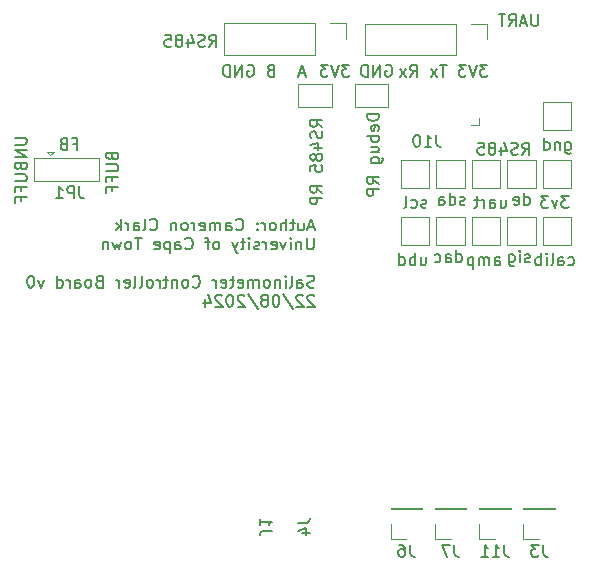
<source format=gbo>
G04 #@! TF.GenerationSoftware,KiCad,Pcbnew,8.0.4*
G04 #@! TF.CreationDate,2024-08-28T18:09:25+02:00*
G04 #@! TF.ProjectId,Probe,50726f62-652e-46b6-9963-61645f706362,v1*
G04 #@! TF.SameCoordinates,Original*
G04 #@! TF.FileFunction,Legend,Bot*
G04 #@! TF.FilePolarity,Positive*
%FSLAX46Y46*%
G04 Gerber Fmt 4.6, Leading zero omitted, Abs format (unit mm)*
G04 Created by KiCad (PCBNEW 8.0.4) date 2024-08-28 18:09:25*
%MOMM*%
%LPD*%
G01*
G04 APERTURE LIST*
G04 Aperture macros list*
%AMFreePoly0*
4,1,6,1.000000,0.000000,0.500000,-0.750000,-0.500000,-0.750000,-0.500000,0.750000,0.500000,0.750000,1.000000,0.000000,1.000000,0.000000,$1*%
%AMFreePoly1*
4,1,6,0.500000,-0.750000,-0.650000,-0.750000,-0.150000,0.000000,-0.650000,0.750000,0.500000,0.750000,0.500000,-0.750000,0.500000,-0.750000,$1*%
G04 Aperture macros list end*
%ADD10C,0.150000*%
%ADD11C,0.120000*%
%ADD12C,0.000000*%
%ADD13FreePoly0,0.000000*%
%ADD14FreePoly1,0.000000*%
%ADD15R,2.000000X2.000000*%
%ADD16R,1.700000X1.700000*%
%ADD17FreePoly0,180.000000*%
%ADD18C,0.990600*%
%ADD19C,0.787400*%
%ADD20O,1.700000X1.700000*%
G04 APERTURE END LIST*
D10*
X144841792Y-62504819D02*
X145175125Y-62028628D01*
X145413220Y-62504819D02*
X145413220Y-61504819D01*
X145413220Y-61504819D02*
X145032268Y-61504819D01*
X145032268Y-61504819D02*
X144937030Y-61552438D01*
X144937030Y-61552438D02*
X144889411Y-61600057D01*
X144889411Y-61600057D02*
X144841792Y-61695295D01*
X144841792Y-61695295D02*
X144841792Y-61838152D01*
X144841792Y-61838152D02*
X144889411Y-61933390D01*
X144889411Y-61933390D02*
X144937030Y-61981009D01*
X144937030Y-61981009D02*
X145032268Y-62028628D01*
X145032268Y-62028628D02*
X145413220Y-62028628D01*
X144460839Y-62457200D02*
X144317982Y-62504819D01*
X144317982Y-62504819D02*
X144079887Y-62504819D01*
X144079887Y-62504819D02*
X143984649Y-62457200D01*
X143984649Y-62457200D02*
X143937030Y-62409580D01*
X143937030Y-62409580D02*
X143889411Y-62314342D01*
X143889411Y-62314342D02*
X143889411Y-62219104D01*
X143889411Y-62219104D02*
X143937030Y-62123866D01*
X143937030Y-62123866D02*
X143984649Y-62076247D01*
X143984649Y-62076247D02*
X144079887Y-62028628D01*
X144079887Y-62028628D02*
X144270363Y-61981009D01*
X144270363Y-61981009D02*
X144365601Y-61933390D01*
X144365601Y-61933390D02*
X144413220Y-61885771D01*
X144413220Y-61885771D02*
X144460839Y-61790533D01*
X144460839Y-61790533D02*
X144460839Y-61695295D01*
X144460839Y-61695295D02*
X144413220Y-61600057D01*
X144413220Y-61600057D02*
X144365601Y-61552438D01*
X144365601Y-61552438D02*
X144270363Y-61504819D01*
X144270363Y-61504819D02*
X144032268Y-61504819D01*
X144032268Y-61504819D02*
X143889411Y-61552438D01*
X143032268Y-61838152D02*
X143032268Y-62504819D01*
X143270363Y-61457200D02*
X143508458Y-62171485D01*
X143508458Y-62171485D02*
X142889411Y-62171485D01*
X142365601Y-61933390D02*
X142460839Y-61885771D01*
X142460839Y-61885771D02*
X142508458Y-61838152D01*
X142508458Y-61838152D02*
X142556077Y-61742914D01*
X142556077Y-61742914D02*
X142556077Y-61695295D01*
X142556077Y-61695295D02*
X142508458Y-61600057D01*
X142508458Y-61600057D02*
X142460839Y-61552438D01*
X142460839Y-61552438D02*
X142365601Y-61504819D01*
X142365601Y-61504819D02*
X142175125Y-61504819D01*
X142175125Y-61504819D02*
X142079887Y-61552438D01*
X142079887Y-61552438D02*
X142032268Y-61600057D01*
X142032268Y-61600057D02*
X141984649Y-61695295D01*
X141984649Y-61695295D02*
X141984649Y-61742914D01*
X141984649Y-61742914D02*
X142032268Y-61838152D01*
X142032268Y-61838152D02*
X142079887Y-61885771D01*
X142079887Y-61885771D02*
X142175125Y-61933390D01*
X142175125Y-61933390D02*
X142365601Y-61933390D01*
X142365601Y-61933390D02*
X142460839Y-61981009D01*
X142460839Y-61981009D02*
X142508458Y-62028628D01*
X142508458Y-62028628D02*
X142556077Y-62123866D01*
X142556077Y-62123866D02*
X142556077Y-62314342D01*
X142556077Y-62314342D02*
X142508458Y-62409580D01*
X142508458Y-62409580D02*
X142460839Y-62457200D01*
X142460839Y-62457200D02*
X142365601Y-62504819D01*
X142365601Y-62504819D02*
X142175125Y-62504819D01*
X142175125Y-62504819D02*
X142079887Y-62457200D01*
X142079887Y-62457200D02*
X142032268Y-62409580D01*
X142032268Y-62409580D02*
X141984649Y-62314342D01*
X141984649Y-62314342D02*
X141984649Y-62123866D01*
X141984649Y-62123866D02*
X142032268Y-62028628D01*
X142032268Y-62028628D02*
X142079887Y-61981009D01*
X142079887Y-61981009D02*
X142175125Y-61933390D01*
X141079887Y-61504819D02*
X141556077Y-61504819D01*
X141556077Y-61504819D02*
X141603696Y-61981009D01*
X141603696Y-61981009D02*
X141556077Y-61933390D01*
X141556077Y-61933390D02*
X141460839Y-61885771D01*
X141460839Y-61885771D02*
X141222744Y-61885771D01*
X141222744Y-61885771D02*
X141127506Y-61933390D01*
X141127506Y-61933390D02*
X141079887Y-61981009D01*
X141079887Y-61981009D02*
X141032268Y-62076247D01*
X141032268Y-62076247D02*
X141032268Y-62314342D01*
X141032268Y-62314342D02*
X141079887Y-62409580D01*
X141079887Y-62409580D02*
X141127506Y-62457200D01*
X141127506Y-62457200D02*
X141222744Y-62504819D01*
X141222744Y-62504819D02*
X141460839Y-62504819D01*
X141460839Y-62504819D02*
X141556077Y-62457200D01*
X141556077Y-62457200D02*
X141603696Y-62409580D01*
X148758458Y-66004819D02*
X148139411Y-66004819D01*
X148139411Y-66004819D02*
X148472744Y-66385771D01*
X148472744Y-66385771D02*
X148329887Y-66385771D01*
X148329887Y-66385771D02*
X148234649Y-66433390D01*
X148234649Y-66433390D02*
X148187030Y-66481009D01*
X148187030Y-66481009D02*
X148139411Y-66576247D01*
X148139411Y-66576247D02*
X148139411Y-66814342D01*
X148139411Y-66814342D02*
X148187030Y-66909580D01*
X148187030Y-66909580D02*
X148234649Y-66957200D01*
X148234649Y-66957200D02*
X148329887Y-67004819D01*
X148329887Y-67004819D02*
X148615601Y-67004819D01*
X148615601Y-67004819D02*
X148710839Y-66957200D01*
X148710839Y-66957200D02*
X148758458Y-66909580D01*
X147806077Y-66338152D02*
X147567982Y-67004819D01*
X147567982Y-67004819D02*
X147329887Y-66338152D01*
X147044172Y-66004819D02*
X146425125Y-66004819D01*
X146425125Y-66004819D02*
X146758458Y-66385771D01*
X146758458Y-66385771D02*
X146615601Y-66385771D01*
X146615601Y-66385771D02*
X146520363Y-66433390D01*
X146520363Y-66433390D02*
X146472744Y-66481009D01*
X146472744Y-66481009D02*
X146425125Y-66576247D01*
X146425125Y-66576247D02*
X146425125Y-66814342D01*
X146425125Y-66814342D02*
X146472744Y-66909580D01*
X146472744Y-66909580D02*
X146520363Y-66957200D01*
X146520363Y-66957200D02*
X146615601Y-67004819D01*
X146615601Y-67004819D02*
X146901315Y-67004819D01*
X146901315Y-67004819D02*
X146996553Y-66957200D01*
X146996553Y-66957200D02*
X147044172Y-66909580D01*
X132682319Y-59086779D02*
X131682319Y-59086779D01*
X131682319Y-59086779D02*
X131682319Y-59324874D01*
X131682319Y-59324874D02*
X131729938Y-59467731D01*
X131729938Y-59467731D02*
X131825176Y-59562969D01*
X131825176Y-59562969D02*
X131920414Y-59610588D01*
X131920414Y-59610588D02*
X132110890Y-59658207D01*
X132110890Y-59658207D02*
X132253747Y-59658207D01*
X132253747Y-59658207D02*
X132444223Y-59610588D01*
X132444223Y-59610588D02*
X132539461Y-59562969D01*
X132539461Y-59562969D02*
X132634700Y-59467731D01*
X132634700Y-59467731D02*
X132682319Y-59324874D01*
X132682319Y-59324874D02*
X132682319Y-59086779D01*
X132634700Y-60467731D02*
X132682319Y-60372493D01*
X132682319Y-60372493D02*
X132682319Y-60182017D01*
X132682319Y-60182017D02*
X132634700Y-60086779D01*
X132634700Y-60086779D02*
X132539461Y-60039160D01*
X132539461Y-60039160D02*
X132158509Y-60039160D01*
X132158509Y-60039160D02*
X132063271Y-60086779D01*
X132063271Y-60086779D02*
X132015652Y-60182017D01*
X132015652Y-60182017D02*
X132015652Y-60372493D01*
X132015652Y-60372493D02*
X132063271Y-60467731D01*
X132063271Y-60467731D02*
X132158509Y-60515350D01*
X132158509Y-60515350D02*
X132253747Y-60515350D01*
X132253747Y-60515350D02*
X132348985Y-60039160D01*
X132682319Y-60943922D02*
X131682319Y-60943922D01*
X132063271Y-60943922D02*
X132015652Y-61039160D01*
X132015652Y-61039160D02*
X132015652Y-61229636D01*
X132015652Y-61229636D02*
X132063271Y-61324874D01*
X132063271Y-61324874D02*
X132110890Y-61372493D01*
X132110890Y-61372493D02*
X132206128Y-61420112D01*
X132206128Y-61420112D02*
X132491842Y-61420112D01*
X132491842Y-61420112D02*
X132587080Y-61372493D01*
X132587080Y-61372493D02*
X132634700Y-61324874D01*
X132634700Y-61324874D02*
X132682319Y-61229636D01*
X132682319Y-61229636D02*
X132682319Y-61039160D01*
X132682319Y-61039160D02*
X132634700Y-60943922D01*
X132015652Y-62277255D02*
X132682319Y-62277255D01*
X132015652Y-61848684D02*
X132539461Y-61848684D01*
X132539461Y-61848684D02*
X132634700Y-61896303D01*
X132634700Y-61896303D02*
X132682319Y-61991541D01*
X132682319Y-61991541D02*
X132682319Y-62134398D01*
X132682319Y-62134398D02*
X132634700Y-62229636D01*
X132634700Y-62229636D02*
X132587080Y-62277255D01*
X132015652Y-63182017D02*
X132825176Y-63182017D01*
X132825176Y-63182017D02*
X132920414Y-63134398D01*
X132920414Y-63134398D02*
X132968033Y-63086779D01*
X132968033Y-63086779D02*
X133015652Y-62991541D01*
X133015652Y-62991541D02*
X133015652Y-62848684D01*
X133015652Y-62848684D02*
X132968033Y-62753446D01*
X132634700Y-63182017D02*
X132682319Y-63086779D01*
X132682319Y-63086779D02*
X132682319Y-62896303D01*
X132682319Y-62896303D02*
X132634700Y-62801065D01*
X132634700Y-62801065D02*
X132587080Y-62753446D01*
X132587080Y-62753446D02*
X132491842Y-62705827D01*
X132491842Y-62705827D02*
X132206128Y-62705827D01*
X132206128Y-62705827D02*
X132110890Y-62753446D01*
X132110890Y-62753446D02*
X132063271Y-62801065D01*
X132063271Y-62801065D02*
X132015652Y-62896303D01*
X132015652Y-62896303D02*
X132015652Y-63086779D01*
X132015652Y-63086779D02*
X132063271Y-63182017D01*
X132682319Y-64991541D02*
X132206128Y-64658208D01*
X132682319Y-64420113D02*
X131682319Y-64420113D01*
X131682319Y-64420113D02*
X131682319Y-64801065D01*
X131682319Y-64801065D02*
X131729938Y-64896303D01*
X131729938Y-64896303D02*
X131777557Y-64943922D01*
X131777557Y-64943922D02*
X131872795Y-64991541D01*
X131872795Y-64991541D02*
X132015652Y-64991541D01*
X132015652Y-64991541D02*
X132110890Y-64943922D01*
X132110890Y-64943922D02*
X132158509Y-64896303D01*
X132158509Y-64896303D02*
X132206128Y-64801065D01*
X132206128Y-64801065D02*
X132206128Y-64420113D01*
X132682319Y-65420113D02*
X131682319Y-65420113D01*
X131682319Y-65420113D02*
X131682319Y-65801065D01*
X131682319Y-65801065D02*
X131729938Y-65896303D01*
X131729938Y-65896303D02*
X131777557Y-65943922D01*
X131777557Y-65943922D02*
X131872795Y-65991541D01*
X131872795Y-65991541D02*
X132015652Y-65991541D01*
X132015652Y-65991541D02*
X132110890Y-65943922D01*
X132110890Y-65943922D02*
X132158509Y-65896303D01*
X132158509Y-65896303D02*
X132206128Y-65801065D01*
X132206128Y-65801065D02*
X132206128Y-65420113D01*
X139234649Y-71619819D02*
X139234649Y-70619819D01*
X139234649Y-71572200D02*
X139329887Y-71619819D01*
X139329887Y-71619819D02*
X139520363Y-71619819D01*
X139520363Y-71619819D02*
X139615601Y-71572200D01*
X139615601Y-71572200D02*
X139663220Y-71524580D01*
X139663220Y-71524580D02*
X139710839Y-71429342D01*
X139710839Y-71429342D02*
X139710839Y-71143628D01*
X139710839Y-71143628D02*
X139663220Y-71048390D01*
X139663220Y-71048390D02*
X139615601Y-71000771D01*
X139615601Y-71000771D02*
X139520363Y-70953152D01*
X139520363Y-70953152D02*
X139329887Y-70953152D01*
X139329887Y-70953152D02*
X139234649Y-71000771D01*
X138329887Y-71619819D02*
X138329887Y-71096009D01*
X138329887Y-71096009D02*
X138377506Y-71000771D01*
X138377506Y-71000771D02*
X138472744Y-70953152D01*
X138472744Y-70953152D02*
X138663220Y-70953152D01*
X138663220Y-70953152D02*
X138758458Y-71000771D01*
X138329887Y-71572200D02*
X138425125Y-71619819D01*
X138425125Y-71619819D02*
X138663220Y-71619819D01*
X138663220Y-71619819D02*
X138758458Y-71572200D01*
X138758458Y-71572200D02*
X138806077Y-71476961D01*
X138806077Y-71476961D02*
X138806077Y-71381723D01*
X138806077Y-71381723D02*
X138758458Y-71286485D01*
X138758458Y-71286485D02*
X138663220Y-71238866D01*
X138663220Y-71238866D02*
X138425125Y-71238866D01*
X138425125Y-71238866D02*
X138329887Y-71191247D01*
X137425125Y-71572200D02*
X137520363Y-71619819D01*
X137520363Y-71619819D02*
X137710839Y-71619819D01*
X137710839Y-71619819D02*
X137806077Y-71572200D01*
X137806077Y-71572200D02*
X137853696Y-71524580D01*
X137853696Y-71524580D02*
X137901315Y-71429342D01*
X137901315Y-71429342D02*
X137901315Y-71143628D01*
X137901315Y-71143628D02*
X137853696Y-71048390D01*
X137853696Y-71048390D02*
X137806077Y-71000771D01*
X137806077Y-71000771D02*
X137710839Y-70953152D01*
X137710839Y-70953152D02*
X137520363Y-70953152D01*
X137520363Y-70953152D02*
X137425125Y-71000771D01*
X126383457Y-55609104D02*
X125907267Y-55609104D01*
X126478695Y-55894819D02*
X126145362Y-54894819D01*
X126145362Y-54894819D02*
X125812029Y-55894819D01*
X136234649Y-71203152D02*
X136234649Y-71869819D01*
X136663220Y-71203152D02*
X136663220Y-71726961D01*
X136663220Y-71726961D02*
X136615601Y-71822200D01*
X136615601Y-71822200D02*
X136520363Y-71869819D01*
X136520363Y-71869819D02*
X136377506Y-71869819D01*
X136377506Y-71869819D02*
X136282268Y-71822200D01*
X136282268Y-71822200D02*
X136234649Y-71774580D01*
X135758458Y-71869819D02*
X135758458Y-70869819D01*
X135758458Y-71250771D02*
X135663220Y-71203152D01*
X135663220Y-71203152D02*
X135472744Y-71203152D01*
X135472744Y-71203152D02*
X135377506Y-71250771D01*
X135377506Y-71250771D02*
X135329887Y-71298390D01*
X135329887Y-71298390D02*
X135282268Y-71393628D01*
X135282268Y-71393628D02*
X135282268Y-71679342D01*
X135282268Y-71679342D02*
X135329887Y-71774580D01*
X135329887Y-71774580D02*
X135377506Y-71822200D01*
X135377506Y-71822200D02*
X135472744Y-71869819D01*
X135472744Y-71869819D02*
X135663220Y-71869819D01*
X135663220Y-71869819D02*
X135758458Y-71822200D01*
X134425125Y-71869819D02*
X134425125Y-70869819D01*
X134425125Y-71822200D02*
X134520363Y-71869819D01*
X134520363Y-71869819D02*
X134710839Y-71869819D01*
X134710839Y-71869819D02*
X134806077Y-71822200D01*
X134806077Y-71822200D02*
X134853696Y-71774580D01*
X134853696Y-71774580D02*
X134901315Y-71679342D01*
X134901315Y-71679342D02*
X134901315Y-71393628D01*
X134901315Y-71393628D02*
X134853696Y-71298390D01*
X134853696Y-71298390D02*
X134806077Y-71250771D01*
X134806077Y-71250771D02*
X134710839Y-71203152D01*
X134710839Y-71203152D02*
X134520363Y-71203152D01*
X134520363Y-71203152D02*
X134425125Y-71250771D01*
X127210839Y-68644328D02*
X126734649Y-68644328D01*
X127306077Y-68930043D02*
X126972744Y-67930043D01*
X126972744Y-67930043D02*
X126639411Y-68930043D01*
X125877506Y-68263376D02*
X125877506Y-68930043D01*
X126306077Y-68263376D02*
X126306077Y-68787185D01*
X126306077Y-68787185D02*
X126258458Y-68882424D01*
X126258458Y-68882424D02*
X126163220Y-68930043D01*
X126163220Y-68930043D02*
X126020363Y-68930043D01*
X126020363Y-68930043D02*
X125925125Y-68882424D01*
X125925125Y-68882424D02*
X125877506Y-68834804D01*
X125544172Y-68263376D02*
X125163220Y-68263376D01*
X125401315Y-67930043D02*
X125401315Y-68787185D01*
X125401315Y-68787185D02*
X125353696Y-68882424D01*
X125353696Y-68882424D02*
X125258458Y-68930043D01*
X125258458Y-68930043D02*
X125163220Y-68930043D01*
X124829886Y-68930043D02*
X124829886Y-67930043D01*
X124401315Y-68930043D02*
X124401315Y-68406233D01*
X124401315Y-68406233D02*
X124448934Y-68310995D01*
X124448934Y-68310995D02*
X124544172Y-68263376D01*
X124544172Y-68263376D02*
X124687029Y-68263376D01*
X124687029Y-68263376D02*
X124782267Y-68310995D01*
X124782267Y-68310995D02*
X124829886Y-68358614D01*
X123782267Y-68930043D02*
X123877505Y-68882424D01*
X123877505Y-68882424D02*
X123925124Y-68834804D01*
X123925124Y-68834804D02*
X123972743Y-68739566D01*
X123972743Y-68739566D02*
X123972743Y-68453852D01*
X123972743Y-68453852D02*
X123925124Y-68358614D01*
X123925124Y-68358614D02*
X123877505Y-68310995D01*
X123877505Y-68310995D02*
X123782267Y-68263376D01*
X123782267Y-68263376D02*
X123639410Y-68263376D01*
X123639410Y-68263376D02*
X123544172Y-68310995D01*
X123544172Y-68310995D02*
X123496553Y-68358614D01*
X123496553Y-68358614D02*
X123448934Y-68453852D01*
X123448934Y-68453852D02*
X123448934Y-68739566D01*
X123448934Y-68739566D02*
X123496553Y-68834804D01*
X123496553Y-68834804D02*
X123544172Y-68882424D01*
X123544172Y-68882424D02*
X123639410Y-68930043D01*
X123639410Y-68930043D02*
X123782267Y-68930043D01*
X123020362Y-68930043D02*
X123020362Y-68263376D01*
X123020362Y-68453852D02*
X122972743Y-68358614D01*
X122972743Y-68358614D02*
X122925124Y-68310995D01*
X122925124Y-68310995D02*
X122829886Y-68263376D01*
X122829886Y-68263376D02*
X122734648Y-68263376D01*
X122401314Y-68834804D02*
X122353695Y-68882424D01*
X122353695Y-68882424D02*
X122401314Y-68930043D01*
X122401314Y-68930043D02*
X122448933Y-68882424D01*
X122448933Y-68882424D02*
X122401314Y-68834804D01*
X122401314Y-68834804D02*
X122401314Y-68930043D01*
X122401314Y-68310995D02*
X122353695Y-68358614D01*
X122353695Y-68358614D02*
X122401314Y-68406233D01*
X122401314Y-68406233D02*
X122448933Y-68358614D01*
X122448933Y-68358614D02*
X122401314Y-68310995D01*
X122401314Y-68310995D02*
X122401314Y-68406233D01*
X120591791Y-68834804D02*
X120639410Y-68882424D01*
X120639410Y-68882424D02*
X120782267Y-68930043D01*
X120782267Y-68930043D02*
X120877505Y-68930043D01*
X120877505Y-68930043D02*
X121020362Y-68882424D01*
X121020362Y-68882424D02*
X121115600Y-68787185D01*
X121115600Y-68787185D02*
X121163219Y-68691947D01*
X121163219Y-68691947D02*
X121210838Y-68501471D01*
X121210838Y-68501471D02*
X121210838Y-68358614D01*
X121210838Y-68358614D02*
X121163219Y-68168138D01*
X121163219Y-68168138D02*
X121115600Y-68072900D01*
X121115600Y-68072900D02*
X121020362Y-67977662D01*
X121020362Y-67977662D02*
X120877505Y-67930043D01*
X120877505Y-67930043D02*
X120782267Y-67930043D01*
X120782267Y-67930043D02*
X120639410Y-67977662D01*
X120639410Y-67977662D02*
X120591791Y-68025281D01*
X119734648Y-68930043D02*
X119734648Y-68406233D01*
X119734648Y-68406233D02*
X119782267Y-68310995D01*
X119782267Y-68310995D02*
X119877505Y-68263376D01*
X119877505Y-68263376D02*
X120067981Y-68263376D01*
X120067981Y-68263376D02*
X120163219Y-68310995D01*
X119734648Y-68882424D02*
X119829886Y-68930043D01*
X119829886Y-68930043D02*
X120067981Y-68930043D01*
X120067981Y-68930043D02*
X120163219Y-68882424D01*
X120163219Y-68882424D02*
X120210838Y-68787185D01*
X120210838Y-68787185D02*
X120210838Y-68691947D01*
X120210838Y-68691947D02*
X120163219Y-68596709D01*
X120163219Y-68596709D02*
X120067981Y-68549090D01*
X120067981Y-68549090D02*
X119829886Y-68549090D01*
X119829886Y-68549090D02*
X119734648Y-68501471D01*
X119258457Y-68930043D02*
X119258457Y-68263376D01*
X119258457Y-68358614D02*
X119210838Y-68310995D01*
X119210838Y-68310995D02*
X119115600Y-68263376D01*
X119115600Y-68263376D02*
X118972743Y-68263376D01*
X118972743Y-68263376D02*
X118877505Y-68310995D01*
X118877505Y-68310995D02*
X118829886Y-68406233D01*
X118829886Y-68406233D02*
X118829886Y-68930043D01*
X118829886Y-68406233D02*
X118782267Y-68310995D01*
X118782267Y-68310995D02*
X118687029Y-68263376D01*
X118687029Y-68263376D02*
X118544172Y-68263376D01*
X118544172Y-68263376D02*
X118448933Y-68310995D01*
X118448933Y-68310995D02*
X118401314Y-68406233D01*
X118401314Y-68406233D02*
X118401314Y-68930043D01*
X117544172Y-68882424D02*
X117639410Y-68930043D01*
X117639410Y-68930043D02*
X117829886Y-68930043D01*
X117829886Y-68930043D02*
X117925124Y-68882424D01*
X117925124Y-68882424D02*
X117972743Y-68787185D01*
X117972743Y-68787185D02*
X117972743Y-68406233D01*
X117972743Y-68406233D02*
X117925124Y-68310995D01*
X117925124Y-68310995D02*
X117829886Y-68263376D01*
X117829886Y-68263376D02*
X117639410Y-68263376D01*
X117639410Y-68263376D02*
X117544172Y-68310995D01*
X117544172Y-68310995D02*
X117496553Y-68406233D01*
X117496553Y-68406233D02*
X117496553Y-68501471D01*
X117496553Y-68501471D02*
X117972743Y-68596709D01*
X117067981Y-68930043D02*
X117067981Y-68263376D01*
X117067981Y-68453852D02*
X117020362Y-68358614D01*
X117020362Y-68358614D02*
X116972743Y-68310995D01*
X116972743Y-68310995D02*
X116877505Y-68263376D01*
X116877505Y-68263376D02*
X116782267Y-68263376D01*
X116306076Y-68930043D02*
X116401314Y-68882424D01*
X116401314Y-68882424D02*
X116448933Y-68834804D01*
X116448933Y-68834804D02*
X116496552Y-68739566D01*
X116496552Y-68739566D02*
X116496552Y-68453852D01*
X116496552Y-68453852D02*
X116448933Y-68358614D01*
X116448933Y-68358614D02*
X116401314Y-68310995D01*
X116401314Y-68310995D02*
X116306076Y-68263376D01*
X116306076Y-68263376D02*
X116163219Y-68263376D01*
X116163219Y-68263376D02*
X116067981Y-68310995D01*
X116067981Y-68310995D02*
X116020362Y-68358614D01*
X116020362Y-68358614D02*
X115972743Y-68453852D01*
X115972743Y-68453852D02*
X115972743Y-68739566D01*
X115972743Y-68739566D02*
X116020362Y-68834804D01*
X116020362Y-68834804D02*
X116067981Y-68882424D01*
X116067981Y-68882424D02*
X116163219Y-68930043D01*
X116163219Y-68930043D02*
X116306076Y-68930043D01*
X115544171Y-68263376D02*
X115544171Y-68930043D01*
X115544171Y-68358614D02*
X115496552Y-68310995D01*
X115496552Y-68310995D02*
X115401314Y-68263376D01*
X115401314Y-68263376D02*
X115258457Y-68263376D01*
X115258457Y-68263376D02*
X115163219Y-68310995D01*
X115163219Y-68310995D02*
X115115600Y-68406233D01*
X115115600Y-68406233D02*
X115115600Y-68930043D01*
X113306076Y-68834804D02*
X113353695Y-68882424D01*
X113353695Y-68882424D02*
X113496552Y-68930043D01*
X113496552Y-68930043D02*
X113591790Y-68930043D01*
X113591790Y-68930043D02*
X113734647Y-68882424D01*
X113734647Y-68882424D02*
X113829885Y-68787185D01*
X113829885Y-68787185D02*
X113877504Y-68691947D01*
X113877504Y-68691947D02*
X113925123Y-68501471D01*
X113925123Y-68501471D02*
X113925123Y-68358614D01*
X113925123Y-68358614D02*
X113877504Y-68168138D01*
X113877504Y-68168138D02*
X113829885Y-68072900D01*
X113829885Y-68072900D02*
X113734647Y-67977662D01*
X113734647Y-67977662D02*
X113591790Y-67930043D01*
X113591790Y-67930043D02*
X113496552Y-67930043D01*
X113496552Y-67930043D02*
X113353695Y-67977662D01*
X113353695Y-67977662D02*
X113306076Y-68025281D01*
X112734647Y-68930043D02*
X112829885Y-68882424D01*
X112829885Y-68882424D02*
X112877504Y-68787185D01*
X112877504Y-68787185D02*
X112877504Y-67930043D01*
X111925123Y-68930043D02*
X111925123Y-68406233D01*
X111925123Y-68406233D02*
X111972742Y-68310995D01*
X111972742Y-68310995D02*
X112067980Y-68263376D01*
X112067980Y-68263376D02*
X112258456Y-68263376D01*
X112258456Y-68263376D02*
X112353694Y-68310995D01*
X111925123Y-68882424D02*
X112020361Y-68930043D01*
X112020361Y-68930043D02*
X112258456Y-68930043D01*
X112258456Y-68930043D02*
X112353694Y-68882424D01*
X112353694Y-68882424D02*
X112401313Y-68787185D01*
X112401313Y-68787185D02*
X112401313Y-68691947D01*
X112401313Y-68691947D02*
X112353694Y-68596709D01*
X112353694Y-68596709D02*
X112258456Y-68549090D01*
X112258456Y-68549090D02*
X112020361Y-68549090D01*
X112020361Y-68549090D02*
X111925123Y-68501471D01*
X111448932Y-68930043D02*
X111448932Y-68263376D01*
X111448932Y-68453852D02*
X111401313Y-68358614D01*
X111401313Y-68358614D02*
X111353694Y-68310995D01*
X111353694Y-68310995D02*
X111258456Y-68263376D01*
X111258456Y-68263376D02*
X111163218Y-68263376D01*
X110829884Y-68930043D02*
X110829884Y-67930043D01*
X110734646Y-68549090D02*
X110448932Y-68930043D01*
X110448932Y-68263376D02*
X110829884Y-68644328D01*
X127163220Y-69539987D02*
X127163220Y-70349510D01*
X127163220Y-70349510D02*
X127115601Y-70444748D01*
X127115601Y-70444748D02*
X127067982Y-70492368D01*
X127067982Y-70492368D02*
X126972744Y-70539987D01*
X126972744Y-70539987D02*
X126782268Y-70539987D01*
X126782268Y-70539987D02*
X126687030Y-70492368D01*
X126687030Y-70492368D02*
X126639411Y-70444748D01*
X126639411Y-70444748D02*
X126591792Y-70349510D01*
X126591792Y-70349510D02*
X126591792Y-69539987D01*
X126115601Y-69873320D02*
X126115601Y-70539987D01*
X126115601Y-69968558D02*
X126067982Y-69920939D01*
X126067982Y-69920939D02*
X125972744Y-69873320D01*
X125972744Y-69873320D02*
X125829887Y-69873320D01*
X125829887Y-69873320D02*
X125734649Y-69920939D01*
X125734649Y-69920939D02*
X125687030Y-70016177D01*
X125687030Y-70016177D02*
X125687030Y-70539987D01*
X125210839Y-70539987D02*
X125210839Y-69873320D01*
X125210839Y-69539987D02*
X125258458Y-69587606D01*
X125258458Y-69587606D02*
X125210839Y-69635225D01*
X125210839Y-69635225D02*
X125163220Y-69587606D01*
X125163220Y-69587606D02*
X125210839Y-69539987D01*
X125210839Y-69539987D02*
X125210839Y-69635225D01*
X124829887Y-69873320D02*
X124591792Y-70539987D01*
X124591792Y-70539987D02*
X124353697Y-69873320D01*
X123591792Y-70492368D02*
X123687030Y-70539987D01*
X123687030Y-70539987D02*
X123877506Y-70539987D01*
X123877506Y-70539987D02*
X123972744Y-70492368D01*
X123972744Y-70492368D02*
X124020363Y-70397129D01*
X124020363Y-70397129D02*
X124020363Y-70016177D01*
X124020363Y-70016177D02*
X123972744Y-69920939D01*
X123972744Y-69920939D02*
X123877506Y-69873320D01*
X123877506Y-69873320D02*
X123687030Y-69873320D01*
X123687030Y-69873320D02*
X123591792Y-69920939D01*
X123591792Y-69920939D02*
X123544173Y-70016177D01*
X123544173Y-70016177D02*
X123544173Y-70111415D01*
X123544173Y-70111415D02*
X124020363Y-70206653D01*
X123115601Y-70539987D02*
X123115601Y-69873320D01*
X123115601Y-70063796D02*
X123067982Y-69968558D01*
X123067982Y-69968558D02*
X123020363Y-69920939D01*
X123020363Y-69920939D02*
X122925125Y-69873320D01*
X122925125Y-69873320D02*
X122829887Y-69873320D01*
X122544172Y-70492368D02*
X122448934Y-70539987D01*
X122448934Y-70539987D02*
X122258458Y-70539987D01*
X122258458Y-70539987D02*
X122163220Y-70492368D01*
X122163220Y-70492368D02*
X122115601Y-70397129D01*
X122115601Y-70397129D02*
X122115601Y-70349510D01*
X122115601Y-70349510D02*
X122163220Y-70254272D01*
X122163220Y-70254272D02*
X122258458Y-70206653D01*
X122258458Y-70206653D02*
X122401315Y-70206653D01*
X122401315Y-70206653D02*
X122496553Y-70159034D01*
X122496553Y-70159034D02*
X122544172Y-70063796D01*
X122544172Y-70063796D02*
X122544172Y-70016177D01*
X122544172Y-70016177D02*
X122496553Y-69920939D01*
X122496553Y-69920939D02*
X122401315Y-69873320D01*
X122401315Y-69873320D02*
X122258458Y-69873320D01*
X122258458Y-69873320D02*
X122163220Y-69920939D01*
X121687029Y-70539987D02*
X121687029Y-69873320D01*
X121687029Y-69539987D02*
X121734648Y-69587606D01*
X121734648Y-69587606D02*
X121687029Y-69635225D01*
X121687029Y-69635225D02*
X121639410Y-69587606D01*
X121639410Y-69587606D02*
X121687029Y-69539987D01*
X121687029Y-69539987D02*
X121687029Y-69635225D01*
X121353696Y-69873320D02*
X120972744Y-69873320D01*
X121210839Y-69539987D02*
X121210839Y-70397129D01*
X121210839Y-70397129D02*
X121163220Y-70492368D01*
X121163220Y-70492368D02*
X121067982Y-70539987D01*
X121067982Y-70539987D02*
X120972744Y-70539987D01*
X120734648Y-69873320D02*
X120496553Y-70539987D01*
X120258458Y-69873320D02*
X120496553Y-70539987D01*
X120496553Y-70539987D02*
X120591791Y-70778082D01*
X120591791Y-70778082D02*
X120639410Y-70825701D01*
X120639410Y-70825701D02*
X120734648Y-70873320D01*
X118972743Y-70539987D02*
X119067981Y-70492368D01*
X119067981Y-70492368D02*
X119115600Y-70444748D01*
X119115600Y-70444748D02*
X119163219Y-70349510D01*
X119163219Y-70349510D02*
X119163219Y-70063796D01*
X119163219Y-70063796D02*
X119115600Y-69968558D01*
X119115600Y-69968558D02*
X119067981Y-69920939D01*
X119067981Y-69920939D02*
X118972743Y-69873320D01*
X118972743Y-69873320D02*
X118829886Y-69873320D01*
X118829886Y-69873320D02*
X118734648Y-69920939D01*
X118734648Y-69920939D02*
X118687029Y-69968558D01*
X118687029Y-69968558D02*
X118639410Y-70063796D01*
X118639410Y-70063796D02*
X118639410Y-70349510D01*
X118639410Y-70349510D02*
X118687029Y-70444748D01*
X118687029Y-70444748D02*
X118734648Y-70492368D01*
X118734648Y-70492368D02*
X118829886Y-70539987D01*
X118829886Y-70539987D02*
X118972743Y-70539987D01*
X118353695Y-69873320D02*
X117972743Y-69873320D01*
X118210838Y-70539987D02*
X118210838Y-69682844D01*
X118210838Y-69682844D02*
X118163219Y-69587606D01*
X118163219Y-69587606D02*
X118067981Y-69539987D01*
X118067981Y-69539987D02*
X117972743Y-69539987D01*
X116306076Y-70444748D02*
X116353695Y-70492368D01*
X116353695Y-70492368D02*
X116496552Y-70539987D01*
X116496552Y-70539987D02*
X116591790Y-70539987D01*
X116591790Y-70539987D02*
X116734647Y-70492368D01*
X116734647Y-70492368D02*
X116829885Y-70397129D01*
X116829885Y-70397129D02*
X116877504Y-70301891D01*
X116877504Y-70301891D02*
X116925123Y-70111415D01*
X116925123Y-70111415D02*
X116925123Y-69968558D01*
X116925123Y-69968558D02*
X116877504Y-69778082D01*
X116877504Y-69778082D02*
X116829885Y-69682844D01*
X116829885Y-69682844D02*
X116734647Y-69587606D01*
X116734647Y-69587606D02*
X116591790Y-69539987D01*
X116591790Y-69539987D02*
X116496552Y-69539987D01*
X116496552Y-69539987D02*
X116353695Y-69587606D01*
X116353695Y-69587606D02*
X116306076Y-69635225D01*
X115448933Y-70539987D02*
X115448933Y-70016177D01*
X115448933Y-70016177D02*
X115496552Y-69920939D01*
X115496552Y-69920939D02*
X115591790Y-69873320D01*
X115591790Y-69873320D02*
X115782266Y-69873320D01*
X115782266Y-69873320D02*
X115877504Y-69920939D01*
X115448933Y-70492368D02*
X115544171Y-70539987D01*
X115544171Y-70539987D02*
X115782266Y-70539987D01*
X115782266Y-70539987D02*
X115877504Y-70492368D01*
X115877504Y-70492368D02*
X115925123Y-70397129D01*
X115925123Y-70397129D02*
X115925123Y-70301891D01*
X115925123Y-70301891D02*
X115877504Y-70206653D01*
X115877504Y-70206653D02*
X115782266Y-70159034D01*
X115782266Y-70159034D02*
X115544171Y-70159034D01*
X115544171Y-70159034D02*
X115448933Y-70111415D01*
X114972742Y-69873320D02*
X114972742Y-70873320D01*
X114972742Y-69920939D02*
X114877504Y-69873320D01*
X114877504Y-69873320D02*
X114687028Y-69873320D01*
X114687028Y-69873320D02*
X114591790Y-69920939D01*
X114591790Y-69920939D02*
X114544171Y-69968558D01*
X114544171Y-69968558D02*
X114496552Y-70063796D01*
X114496552Y-70063796D02*
X114496552Y-70349510D01*
X114496552Y-70349510D02*
X114544171Y-70444748D01*
X114544171Y-70444748D02*
X114591790Y-70492368D01*
X114591790Y-70492368D02*
X114687028Y-70539987D01*
X114687028Y-70539987D02*
X114877504Y-70539987D01*
X114877504Y-70539987D02*
X114972742Y-70492368D01*
X113687028Y-70492368D02*
X113782266Y-70539987D01*
X113782266Y-70539987D02*
X113972742Y-70539987D01*
X113972742Y-70539987D02*
X114067980Y-70492368D01*
X114067980Y-70492368D02*
X114115599Y-70397129D01*
X114115599Y-70397129D02*
X114115599Y-70016177D01*
X114115599Y-70016177D02*
X114067980Y-69920939D01*
X114067980Y-69920939D02*
X113972742Y-69873320D01*
X113972742Y-69873320D02*
X113782266Y-69873320D01*
X113782266Y-69873320D02*
X113687028Y-69920939D01*
X113687028Y-69920939D02*
X113639409Y-70016177D01*
X113639409Y-70016177D02*
X113639409Y-70111415D01*
X113639409Y-70111415D02*
X114115599Y-70206653D01*
X112591789Y-69539987D02*
X112020361Y-69539987D01*
X112306075Y-70539987D02*
X112306075Y-69539987D01*
X111544170Y-70539987D02*
X111639408Y-70492368D01*
X111639408Y-70492368D02*
X111687027Y-70444748D01*
X111687027Y-70444748D02*
X111734646Y-70349510D01*
X111734646Y-70349510D02*
X111734646Y-70063796D01*
X111734646Y-70063796D02*
X111687027Y-69968558D01*
X111687027Y-69968558D02*
X111639408Y-69920939D01*
X111639408Y-69920939D02*
X111544170Y-69873320D01*
X111544170Y-69873320D02*
X111401313Y-69873320D01*
X111401313Y-69873320D02*
X111306075Y-69920939D01*
X111306075Y-69920939D02*
X111258456Y-69968558D01*
X111258456Y-69968558D02*
X111210837Y-70063796D01*
X111210837Y-70063796D02*
X111210837Y-70349510D01*
X111210837Y-70349510D02*
X111258456Y-70444748D01*
X111258456Y-70444748D02*
X111306075Y-70492368D01*
X111306075Y-70492368D02*
X111401313Y-70539987D01*
X111401313Y-70539987D02*
X111544170Y-70539987D01*
X110877503Y-69873320D02*
X110687027Y-70539987D01*
X110687027Y-70539987D02*
X110496551Y-70063796D01*
X110496551Y-70063796D02*
X110306075Y-70539987D01*
X110306075Y-70539987D02*
X110115599Y-69873320D01*
X109734646Y-69873320D02*
X109734646Y-70539987D01*
X109734646Y-69968558D02*
X109687027Y-69920939D01*
X109687027Y-69920939D02*
X109591789Y-69873320D01*
X109591789Y-69873320D02*
X109448932Y-69873320D01*
X109448932Y-69873320D02*
X109353694Y-69920939D01*
X109353694Y-69920939D02*
X109306075Y-70016177D01*
X109306075Y-70016177D02*
X109306075Y-70539987D01*
X127210839Y-73712256D02*
X127067982Y-73759875D01*
X127067982Y-73759875D02*
X126829887Y-73759875D01*
X126829887Y-73759875D02*
X126734649Y-73712256D01*
X126734649Y-73712256D02*
X126687030Y-73664636D01*
X126687030Y-73664636D02*
X126639411Y-73569398D01*
X126639411Y-73569398D02*
X126639411Y-73474160D01*
X126639411Y-73474160D02*
X126687030Y-73378922D01*
X126687030Y-73378922D02*
X126734649Y-73331303D01*
X126734649Y-73331303D02*
X126829887Y-73283684D01*
X126829887Y-73283684D02*
X127020363Y-73236065D01*
X127020363Y-73236065D02*
X127115601Y-73188446D01*
X127115601Y-73188446D02*
X127163220Y-73140827D01*
X127163220Y-73140827D02*
X127210839Y-73045589D01*
X127210839Y-73045589D02*
X127210839Y-72950351D01*
X127210839Y-72950351D02*
X127163220Y-72855113D01*
X127163220Y-72855113D02*
X127115601Y-72807494D01*
X127115601Y-72807494D02*
X127020363Y-72759875D01*
X127020363Y-72759875D02*
X126782268Y-72759875D01*
X126782268Y-72759875D02*
X126639411Y-72807494D01*
X125782268Y-73759875D02*
X125782268Y-73236065D01*
X125782268Y-73236065D02*
X125829887Y-73140827D01*
X125829887Y-73140827D02*
X125925125Y-73093208D01*
X125925125Y-73093208D02*
X126115601Y-73093208D01*
X126115601Y-73093208D02*
X126210839Y-73140827D01*
X125782268Y-73712256D02*
X125877506Y-73759875D01*
X125877506Y-73759875D02*
X126115601Y-73759875D01*
X126115601Y-73759875D02*
X126210839Y-73712256D01*
X126210839Y-73712256D02*
X126258458Y-73617017D01*
X126258458Y-73617017D02*
X126258458Y-73521779D01*
X126258458Y-73521779D02*
X126210839Y-73426541D01*
X126210839Y-73426541D02*
X126115601Y-73378922D01*
X126115601Y-73378922D02*
X125877506Y-73378922D01*
X125877506Y-73378922D02*
X125782268Y-73331303D01*
X125163220Y-73759875D02*
X125258458Y-73712256D01*
X125258458Y-73712256D02*
X125306077Y-73617017D01*
X125306077Y-73617017D02*
X125306077Y-72759875D01*
X124782267Y-73759875D02*
X124782267Y-73093208D01*
X124782267Y-72759875D02*
X124829886Y-72807494D01*
X124829886Y-72807494D02*
X124782267Y-72855113D01*
X124782267Y-72855113D02*
X124734648Y-72807494D01*
X124734648Y-72807494D02*
X124782267Y-72759875D01*
X124782267Y-72759875D02*
X124782267Y-72855113D01*
X124306077Y-73093208D02*
X124306077Y-73759875D01*
X124306077Y-73188446D02*
X124258458Y-73140827D01*
X124258458Y-73140827D02*
X124163220Y-73093208D01*
X124163220Y-73093208D02*
X124020363Y-73093208D01*
X124020363Y-73093208D02*
X123925125Y-73140827D01*
X123925125Y-73140827D02*
X123877506Y-73236065D01*
X123877506Y-73236065D02*
X123877506Y-73759875D01*
X123258458Y-73759875D02*
X123353696Y-73712256D01*
X123353696Y-73712256D02*
X123401315Y-73664636D01*
X123401315Y-73664636D02*
X123448934Y-73569398D01*
X123448934Y-73569398D02*
X123448934Y-73283684D01*
X123448934Y-73283684D02*
X123401315Y-73188446D01*
X123401315Y-73188446D02*
X123353696Y-73140827D01*
X123353696Y-73140827D02*
X123258458Y-73093208D01*
X123258458Y-73093208D02*
X123115601Y-73093208D01*
X123115601Y-73093208D02*
X123020363Y-73140827D01*
X123020363Y-73140827D02*
X122972744Y-73188446D01*
X122972744Y-73188446D02*
X122925125Y-73283684D01*
X122925125Y-73283684D02*
X122925125Y-73569398D01*
X122925125Y-73569398D02*
X122972744Y-73664636D01*
X122972744Y-73664636D02*
X123020363Y-73712256D01*
X123020363Y-73712256D02*
X123115601Y-73759875D01*
X123115601Y-73759875D02*
X123258458Y-73759875D01*
X122496553Y-73759875D02*
X122496553Y-73093208D01*
X122496553Y-73188446D02*
X122448934Y-73140827D01*
X122448934Y-73140827D02*
X122353696Y-73093208D01*
X122353696Y-73093208D02*
X122210839Y-73093208D01*
X122210839Y-73093208D02*
X122115601Y-73140827D01*
X122115601Y-73140827D02*
X122067982Y-73236065D01*
X122067982Y-73236065D02*
X122067982Y-73759875D01*
X122067982Y-73236065D02*
X122020363Y-73140827D01*
X122020363Y-73140827D02*
X121925125Y-73093208D01*
X121925125Y-73093208D02*
X121782268Y-73093208D01*
X121782268Y-73093208D02*
X121687029Y-73140827D01*
X121687029Y-73140827D02*
X121639410Y-73236065D01*
X121639410Y-73236065D02*
X121639410Y-73759875D01*
X120782268Y-73712256D02*
X120877506Y-73759875D01*
X120877506Y-73759875D02*
X121067982Y-73759875D01*
X121067982Y-73759875D02*
X121163220Y-73712256D01*
X121163220Y-73712256D02*
X121210839Y-73617017D01*
X121210839Y-73617017D02*
X121210839Y-73236065D01*
X121210839Y-73236065D02*
X121163220Y-73140827D01*
X121163220Y-73140827D02*
X121067982Y-73093208D01*
X121067982Y-73093208D02*
X120877506Y-73093208D01*
X120877506Y-73093208D02*
X120782268Y-73140827D01*
X120782268Y-73140827D02*
X120734649Y-73236065D01*
X120734649Y-73236065D02*
X120734649Y-73331303D01*
X120734649Y-73331303D02*
X121210839Y-73426541D01*
X120448934Y-73093208D02*
X120067982Y-73093208D01*
X120306077Y-72759875D02*
X120306077Y-73617017D01*
X120306077Y-73617017D02*
X120258458Y-73712256D01*
X120258458Y-73712256D02*
X120163220Y-73759875D01*
X120163220Y-73759875D02*
X120067982Y-73759875D01*
X119353696Y-73712256D02*
X119448934Y-73759875D01*
X119448934Y-73759875D02*
X119639410Y-73759875D01*
X119639410Y-73759875D02*
X119734648Y-73712256D01*
X119734648Y-73712256D02*
X119782267Y-73617017D01*
X119782267Y-73617017D02*
X119782267Y-73236065D01*
X119782267Y-73236065D02*
X119734648Y-73140827D01*
X119734648Y-73140827D02*
X119639410Y-73093208D01*
X119639410Y-73093208D02*
X119448934Y-73093208D01*
X119448934Y-73093208D02*
X119353696Y-73140827D01*
X119353696Y-73140827D02*
X119306077Y-73236065D01*
X119306077Y-73236065D02*
X119306077Y-73331303D01*
X119306077Y-73331303D02*
X119782267Y-73426541D01*
X118877505Y-73759875D02*
X118877505Y-73093208D01*
X118877505Y-73283684D02*
X118829886Y-73188446D01*
X118829886Y-73188446D02*
X118782267Y-73140827D01*
X118782267Y-73140827D02*
X118687029Y-73093208D01*
X118687029Y-73093208D02*
X118591791Y-73093208D01*
X116925124Y-73664636D02*
X116972743Y-73712256D01*
X116972743Y-73712256D02*
X117115600Y-73759875D01*
X117115600Y-73759875D02*
X117210838Y-73759875D01*
X117210838Y-73759875D02*
X117353695Y-73712256D01*
X117353695Y-73712256D02*
X117448933Y-73617017D01*
X117448933Y-73617017D02*
X117496552Y-73521779D01*
X117496552Y-73521779D02*
X117544171Y-73331303D01*
X117544171Y-73331303D02*
X117544171Y-73188446D01*
X117544171Y-73188446D02*
X117496552Y-72997970D01*
X117496552Y-72997970D02*
X117448933Y-72902732D01*
X117448933Y-72902732D02*
X117353695Y-72807494D01*
X117353695Y-72807494D02*
X117210838Y-72759875D01*
X117210838Y-72759875D02*
X117115600Y-72759875D01*
X117115600Y-72759875D02*
X116972743Y-72807494D01*
X116972743Y-72807494D02*
X116925124Y-72855113D01*
X116353695Y-73759875D02*
X116448933Y-73712256D01*
X116448933Y-73712256D02*
X116496552Y-73664636D01*
X116496552Y-73664636D02*
X116544171Y-73569398D01*
X116544171Y-73569398D02*
X116544171Y-73283684D01*
X116544171Y-73283684D02*
X116496552Y-73188446D01*
X116496552Y-73188446D02*
X116448933Y-73140827D01*
X116448933Y-73140827D02*
X116353695Y-73093208D01*
X116353695Y-73093208D02*
X116210838Y-73093208D01*
X116210838Y-73093208D02*
X116115600Y-73140827D01*
X116115600Y-73140827D02*
X116067981Y-73188446D01*
X116067981Y-73188446D02*
X116020362Y-73283684D01*
X116020362Y-73283684D02*
X116020362Y-73569398D01*
X116020362Y-73569398D02*
X116067981Y-73664636D01*
X116067981Y-73664636D02*
X116115600Y-73712256D01*
X116115600Y-73712256D02*
X116210838Y-73759875D01*
X116210838Y-73759875D02*
X116353695Y-73759875D01*
X115591790Y-73093208D02*
X115591790Y-73759875D01*
X115591790Y-73188446D02*
X115544171Y-73140827D01*
X115544171Y-73140827D02*
X115448933Y-73093208D01*
X115448933Y-73093208D02*
X115306076Y-73093208D01*
X115306076Y-73093208D02*
X115210838Y-73140827D01*
X115210838Y-73140827D02*
X115163219Y-73236065D01*
X115163219Y-73236065D02*
X115163219Y-73759875D01*
X114829885Y-73093208D02*
X114448933Y-73093208D01*
X114687028Y-72759875D02*
X114687028Y-73617017D01*
X114687028Y-73617017D02*
X114639409Y-73712256D01*
X114639409Y-73712256D02*
X114544171Y-73759875D01*
X114544171Y-73759875D02*
X114448933Y-73759875D01*
X114115599Y-73759875D02*
X114115599Y-73093208D01*
X114115599Y-73283684D02*
X114067980Y-73188446D01*
X114067980Y-73188446D02*
X114020361Y-73140827D01*
X114020361Y-73140827D02*
X113925123Y-73093208D01*
X113925123Y-73093208D02*
X113829885Y-73093208D01*
X113353694Y-73759875D02*
X113448932Y-73712256D01*
X113448932Y-73712256D02*
X113496551Y-73664636D01*
X113496551Y-73664636D02*
X113544170Y-73569398D01*
X113544170Y-73569398D02*
X113544170Y-73283684D01*
X113544170Y-73283684D02*
X113496551Y-73188446D01*
X113496551Y-73188446D02*
X113448932Y-73140827D01*
X113448932Y-73140827D02*
X113353694Y-73093208D01*
X113353694Y-73093208D02*
X113210837Y-73093208D01*
X113210837Y-73093208D02*
X113115599Y-73140827D01*
X113115599Y-73140827D02*
X113067980Y-73188446D01*
X113067980Y-73188446D02*
X113020361Y-73283684D01*
X113020361Y-73283684D02*
X113020361Y-73569398D01*
X113020361Y-73569398D02*
X113067980Y-73664636D01*
X113067980Y-73664636D02*
X113115599Y-73712256D01*
X113115599Y-73712256D02*
X113210837Y-73759875D01*
X113210837Y-73759875D02*
X113353694Y-73759875D01*
X112448932Y-73759875D02*
X112544170Y-73712256D01*
X112544170Y-73712256D02*
X112591789Y-73617017D01*
X112591789Y-73617017D02*
X112591789Y-72759875D01*
X111925122Y-73759875D02*
X112020360Y-73712256D01*
X112020360Y-73712256D02*
X112067979Y-73617017D01*
X112067979Y-73617017D02*
X112067979Y-72759875D01*
X111163217Y-73712256D02*
X111258455Y-73759875D01*
X111258455Y-73759875D02*
X111448931Y-73759875D01*
X111448931Y-73759875D02*
X111544169Y-73712256D01*
X111544169Y-73712256D02*
X111591788Y-73617017D01*
X111591788Y-73617017D02*
X111591788Y-73236065D01*
X111591788Y-73236065D02*
X111544169Y-73140827D01*
X111544169Y-73140827D02*
X111448931Y-73093208D01*
X111448931Y-73093208D02*
X111258455Y-73093208D01*
X111258455Y-73093208D02*
X111163217Y-73140827D01*
X111163217Y-73140827D02*
X111115598Y-73236065D01*
X111115598Y-73236065D02*
X111115598Y-73331303D01*
X111115598Y-73331303D02*
X111591788Y-73426541D01*
X110687026Y-73759875D02*
X110687026Y-73093208D01*
X110687026Y-73283684D02*
X110639407Y-73188446D01*
X110639407Y-73188446D02*
X110591788Y-73140827D01*
X110591788Y-73140827D02*
X110496550Y-73093208D01*
X110496550Y-73093208D02*
X110401312Y-73093208D01*
X108972740Y-73236065D02*
X108829883Y-73283684D01*
X108829883Y-73283684D02*
X108782264Y-73331303D01*
X108782264Y-73331303D02*
X108734645Y-73426541D01*
X108734645Y-73426541D02*
X108734645Y-73569398D01*
X108734645Y-73569398D02*
X108782264Y-73664636D01*
X108782264Y-73664636D02*
X108829883Y-73712256D01*
X108829883Y-73712256D02*
X108925121Y-73759875D01*
X108925121Y-73759875D02*
X109306073Y-73759875D01*
X109306073Y-73759875D02*
X109306073Y-72759875D01*
X109306073Y-72759875D02*
X108972740Y-72759875D01*
X108972740Y-72759875D02*
X108877502Y-72807494D01*
X108877502Y-72807494D02*
X108829883Y-72855113D01*
X108829883Y-72855113D02*
X108782264Y-72950351D01*
X108782264Y-72950351D02*
X108782264Y-73045589D01*
X108782264Y-73045589D02*
X108829883Y-73140827D01*
X108829883Y-73140827D02*
X108877502Y-73188446D01*
X108877502Y-73188446D02*
X108972740Y-73236065D01*
X108972740Y-73236065D02*
X109306073Y-73236065D01*
X108163216Y-73759875D02*
X108258454Y-73712256D01*
X108258454Y-73712256D02*
X108306073Y-73664636D01*
X108306073Y-73664636D02*
X108353692Y-73569398D01*
X108353692Y-73569398D02*
X108353692Y-73283684D01*
X108353692Y-73283684D02*
X108306073Y-73188446D01*
X108306073Y-73188446D02*
X108258454Y-73140827D01*
X108258454Y-73140827D02*
X108163216Y-73093208D01*
X108163216Y-73093208D02*
X108020359Y-73093208D01*
X108020359Y-73093208D02*
X107925121Y-73140827D01*
X107925121Y-73140827D02*
X107877502Y-73188446D01*
X107877502Y-73188446D02*
X107829883Y-73283684D01*
X107829883Y-73283684D02*
X107829883Y-73569398D01*
X107829883Y-73569398D02*
X107877502Y-73664636D01*
X107877502Y-73664636D02*
X107925121Y-73712256D01*
X107925121Y-73712256D02*
X108020359Y-73759875D01*
X108020359Y-73759875D02*
X108163216Y-73759875D01*
X106972740Y-73759875D02*
X106972740Y-73236065D01*
X106972740Y-73236065D02*
X107020359Y-73140827D01*
X107020359Y-73140827D02*
X107115597Y-73093208D01*
X107115597Y-73093208D02*
X107306073Y-73093208D01*
X107306073Y-73093208D02*
X107401311Y-73140827D01*
X106972740Y-73712256D02*
X107067978Y-73759875D01*
X107067978Y-73759875D02*
X107306073Y-73759875D01*
X107306073Y-73759875D02*
X107401311Y-73712256D01*
X107401311Y-73712256D02*
X107448930Y-73617017D01*
X107448930Y-73617017D02*
X107448930Y-73521779D01*
X107448930Y-73521779D02*
X107401311Y-73426541D01*
X107401311Y-73426541D02*
X107306073Y-73378922D01*
X107306073Y-73378922D02*
X107067978Y-73378922D01*
X107067978Y-73378922D02*
X106972740Y-73331303D01*
X106496549Y-73759875D02*
X106496549Y-73093208D01*
X106496549Y-73283684D02*
X106448930Y-73188446D01*
X106448930Y-73188446D02*
X106401311Y-73140827D01*
X106401311Y-73140827D02*
X106306073Y-73093208D01*
X106306073Y-73093208D02*
X106210835Y-73093208D01*
X105448930Y-73759875D02*
X105448930Y-72759875D01*
X105448930Y-73712256D02*
X105544168Y-73759875D01*
X105544168Y-73759875D02*
X105734644Y-73759875D01*
X105734644Y-73759875D02*
X105829882Y-73712256D01*
X105829882Y-73712256D02*
X105877501Y-73664636D01*
X105877501Y-73664636D02*
X105925120Y-73569398D01*
X105925120Y-73569398D02*
X105925120Y-73283684D01*
X105925120Y-73283684D02*
X105877501Y-73188446D01*
X105877501Y-73188446D02*
X105829882Y-73140827D01*
X105829882Y-73140827D02*
X105734644Y-73093208D01*
X105734644Y-73093208D02*
X105544168Y-73093208D01*
X105544168Y-73093208D02*
X105448930Y-73140827D01*
X104306072Y-73093208D02*
X104067977Y-73759875D01*
X104067977Y-73759875D02*
X103829882Y-73093208D01*
X103258453Y-72759875D02*
X103163215Y-72759875D01*
X103163215Y-72759875D02*
X103067977Y-72807494D01*
X103067977Y-72807494D02*
X103020358Y-72855113D01*
X103020358Y-72855113D02*
X102972739Y-72950351D01*
X102972739Y-72950351D02*
X102925120Y-73140827D01*
X102925120Y-73140827D02*
X102925120Y-73378922D01*
X102925120Y-73378922D02*
X102972739Y-73569398D01*
X102972739Y-73569398D02*
X103020358Y-73664636D01*
X103020358Y-73664636D02*
X103067977Y-73712256D01*
X103067977Y-73712256D02*
X103163215Y-73759875D01*
X103163215Y-73759875D02*
X103258453Y-73759875D01*
X103258453Y-73759875D02*
X103353691Y-73712256D01*
X103353691Y-73712256D02*
X103401310Y-73664636D01*
X103401310Y-73664636D02*
X103448929Y-73569398D01*
X103448929Y-73569398D02*
X103496548Y-73378922D01*
X103496548Y-73378922D02*
X103496548Y-73140827D01*
X103496548Y-73140827D02*
X103448929Y-72950351D01*
X103448929Y-72950351D02*
X103401310Y-72855113D01*
X103401310Y-72855113D02*
X103353691Y-72807494D01*
X103353691Y-72807494D02*
X103258453Y-72759875D01*
X127210839Y-74465057D02*
X127163220Y-74417438D01*
X127163220Y-74417438D02*
X127067982Y-74369819D01*
X127067982Y-74369819D02*
X126829887Y-74369819D01*
X126829887Y-74369819D02*
X126734649Y-74417438D01*
X126734649Y-74417438D02*
X126687030Y-74465057D01*
X126687030Y-74465057D02*
X126639411Y-74560295D01*
X126639411Y-74560295D02*
X126639411Y-74655533D01*
X126639411Y-74655533D02*
X126687030Y-74798390D01*
X126687030Y-74798390D02*
X127258458Y-75369819D01*
X127258458Y-75369819D02*
X126639411Y-75369819D01*
X126258458Y-74465057D02*
X126210839Y-74417438D01*
X126210839Y-74417438D02*
X126115601Y-74369819D01*
X126115601Y-74369819D02*
X125877506Y-74369819D01*
X125877506Y-74369819D02*
X125782268Y-74417438D01*
X125782268Y-74417438D02*
X125734649Y-74465057D01*
X125734649Y-74465057D02*
X125687030Y-74560295D01*
X125687030Y-74560295D02*
X125687030Y-74655533D01*
X125687030Y-74655533D02*
X125734649Y-74798390D01*
X125734649Y-74798390D02*
X126306077Y-75369819D01*
X126306077Y-75369819D02*
X125687030Y-75369819D01*
X124544173Y-74322200D02*
X125401315Y-75607914D01*
X124020363Y-74369819D02*
X123925125Y-74369819D01*
X123925125Y-74369819D02*
X123829887Y-74417438D01*
X123829887Y-74417438D02*
X123782268Y-74465057D01*
X123782268Y-74465057D02*
X123734649Y-74560295D01*
X123734649Y-74560295D02*
X123687030Y-74750771D01*
X123687030Y-74750771D02*
X123687030Y-74988866D01*
X123687030Y-74988866D02*
X123734649Y-75179342D01*
X123734649Y-75179342D02*
X123782268Y-75274580D01*
X123782268Y-75274580D02*
X123829887Y-75322200D01*
X123829887Y-75322200D02*
X123925125Y-75369819D01*
X123925125Y-75369819D02*
X124020363Y-75369819D01*
X124020363Y-75369819D02*
X124115601Y-75322200D01*
X124115601Y-75322200D02*
X124163220Y-75274580D01*
X124163220Y-75274580D02*
X124210839Y-75179342D01*
X124210839Y-75179342D02*
X124258458Y-74988866D01*
X124258458Y-74988866D02*
X124258458Y-74750771D01*
X124258458Y-74750771D02*
X124210839Y-74560295D01*
X124210839Y-74560295D02*
X124163220Y-74465057D01*
X124163220Y-74465057D02*
X124115601Y-74417438D01*
X124115601Y-74417438D02*
X124020363Y-74369819D01*
X123115601Y-74798390D02*
X123210839Y-74750771D01*
X123210839Y-74750771D02*
X123258458Y-74703152D01*
X123258458Y-74703152D02*
X123306077Y-74607914D01*
X123306077Y-74607914D02*
X123306077Y-74560295D01*
X123306077Y-74560295D02*
X123258458Y-74465057D01*
X123258458Y-74465057D02*
X123210839Y-74417438D01*
X123210839Y-74417438D02*
X123115601Y-74369819D01*
X123115601Y-74369819D02*
X122925125Y-74369819D01*
X122925125Y-74369819D02*
X122829887Y-74417438D01*
X122829887Y-74417438D02*
X122782268Y-74465057D01*
X122782268Y-74465057D02*
X122734649Y-74560295D01*
X122734649Y-74560295D02*
X122734649Y-74607914D01*
X122734649Y-74607914D02*
X122782268Y-74703152D01*
X122782268Y-74703152D02*
X122829887Y-74750771D01*
X122829887Y-74750771D02*
X122925125Y-74798390D01*
X122925125Y-74798390D02*
X123115601Y-74798390D01*
X123115601Y-74798390D02*
X123210839Y-74846009D01*
X123210839Y-74846009D02*
X123258458Y-74893628D01*
X123258458Y-74893628D02*
X123306077Y-74988866D01*
X123306077Y-74988866D02*
X123306077Y-75179342D01*
X123306077Y-75179342D02*
X123258458Y-75274580D01*
X123258458Y-75274580D02*
X123210839Y-75322200D01*
X123210839Y-75322200D02*
X123115601Y-75369819D01*
X123115601Y-75369819D02*
X122925125Y-75369819D01*
X122925125Y-75369819D02*
X122829887Y-75322200D01*
X122829887Y-75322200D02*
X122782268Y-75274580D01*
X122782268Y-75274580D02*
X122734649Y-75179342D01*
X122734649Y-75179342D02*
X122734649Y-74988866D01*
X122734649Y-74988866D02*
X122782268Y-74893628D01*
X122782268Y-74893628D02*
X122829887Y-74846009D01*
X122829887Y-74846009D02*
X122925125Y-74798390D01*
X121591792Y-74322200D02*
X122448934Y-75607914D01*
X121306077Y-74465057D02*
X121258458Y-74417438D01*
X121258458Y-74417438D02*
X121163220Y-74369819D01*
X121163220Y-74369819D02*
X120925125Y-74369819D01*
X120925125Y-74369819D02*
X120829887Y-74417438D01*
X120829887Y-74417438D02*
X120782268Y-74465057D01*
X120782268Y-74465057D02*
X120734649Y-74560295D01*
X120734649Y-74560295D02*
X120734649Y-74655533D01*
X120734649Y-74655533D02*
X120782268Y-74798390D01*
X120782268Y-74798390D02*
X121353696Y-75369819D01*
X121353696Y-75369819D02*
X120734649Y-75369819D01*
X120115601Y-74369819D02*
X120020363Y-74369819D01*
X120020363Y-74369819D02*
X119925125Y-74417438D01*
X119925125Y-74417438D02*
X119877506Y-74465057D01*
X119877506Y-74465057D02*
X119829887Y-74560295D01*
X119829887Y-74560295D02*
X119782268Y-74750771D01*
X119782268Y-74750771D02*
X119782268Y-74988866D01*
X119782268Y-74988866D02*
X119829887Y-75179342D01*
X119829887Y-75179342D02*
X119877506Y-75274580D01*
X119877506Y-75274580D02*
X119925125Y-75322200D01*
X119925125Y-75322200D02*
X120020363Y-75369819D01*
X120020363Y-75369819D02*
X120115601Y-75369819D01*
X120115601Y-75369819D02*
X120210839Y-75322200D01*
X120210839Y-75322200D02*
X120258458Y-75274580D01*
X120258458Y-75274580D02*
X120306077Y-75179342D01*
X120306077Y-75179342D02*
X120353696Y-74988866D01*
X120353696Y-74988866D02*
X120353696Y-74750771D01*
X120353696Y-74750771D02*
X120306077Y-74560295D01*
X120306077Y-74560295D02*
X120258458Y-74465057D01*
X120258458Y-74465057D02*
X120210839Y-74417438D01*
X120210839Y-74417438D02*
X120115601Y-74369819D01*
X119401315Y-74465057D02*
X119353696Y-74417438D01*
X119353696Y-74417438D02*
X119258458Y-74369819D01*
X119258458Y-74369819D02*
X119020363Y-74369819D01*
X119020363Y-74369819D02*
X118925125Y-74417438D01*
X118925125Y-74417438D02*
X118877506Y-74465057D01*
X118877506Y-74465057D02*
X118829887Y-74560295D01*
X118829887Y-74560295D02*
X118829887Y-74655533D01*
X118829887Y-74655533D02*
X118877506Y-74798390D01*
X118877506Y-74798390D02*
X119448934Y-75369819D01*
X119448934Y-75369819D02*
X118829887Y-75369819D01*
X117972744Y-74703152D02*
X117972744Y-75369819D01*
X118210839Y-74322200D02*
X118448934Y-75036485D01*
X118448934Y-75036485D02*
X117829887Y-75036485D01*
X142484649Y-71869819D02*
X142484649Y-71346009D01*
X142484649Y-71346009D02*
X142532268Y-71250771D01*
X142532268Y-71250771D02*
X142627506Y-71203152D01*
X142627506Y-71203152D02*
X142817982Y-71203152D01*
X142817982Y-71203152D02*
X142913220Y-71250771D01*
X142484649Y-71822200D02*
X142579887Y-71869819D01*
X142579887Y-71869819D02*
X142817982Y-71869819D01*
X142817982Y-71869819D02*
X142913220Y-71822200D01*
X142913220Y-71822200D02*
X142960839Y-71726961D01*
X142960839Y-71726961D02*
X142960839Y-71631723D01*
X142960839Y-71631723D02*
X142913220Y-71536485D01*
X142913220Y-71536485D02*
X142817982Y-71488866D01*
X142817982Y-71488866D02*
X142579887Y-71488866D01*
X142579887Y-71488866D02*
X142484649Y-71441247D01*
X142008458Y-71869819D02*
X142008458Y-71203152D01*
X142008458Y-71298390D02*
X141960839Y-71250771D01*
X141960839Y-71250771D02*
X141865601Y-71203152D01*
X141865601Y-71203152D02*
X141722744Y-71203152D01*
X141722744Y-71203152D02*
X141627506Y-71250771D01*
X141627506Y-71250771D02*
X141579887Y-71346009D01*
X141579887Y-71346009D02*
X141579887Y-71869819D01*
X141579887Y-71346009D02*
X141532268Y-71250771D01*
X141532268Y-71250771D02*
X141437030Y-71203152D01*
X141437030Y-71203152D02*
X141294173Y-71203152D01*
X141294173Y-71203152D02*
X141198934Y-71250771D01*
X141198934Y-71250771D02*
X141151315Y-71346009D01*
X141151315Y-71346009D02*
X141151315Y-71869819D01*
X140675125Y-71203152D02*
X140675125Y-72203152D01*
X140675125Y-71250771D02*
X140579887Y-71203152D01*
X140579887Y-71203152D02*
X140389411Y-71203152D01*
X140389411Y-71203152D02*
X140294173Y-71250771D01*
X140294173Y-71250771D02*
X140246554Y-71298390D01*
X140246554Y-71298390D02*
X140198935Y-71393628D01*
X140198935Y-71393628D02*
X140198935Y-71679342D01*
X140198935Y-71679342D02*
X140246554Y-71774580D01*
X140246554Y-71774580D02*
X140294173Y-71822200D01*
X140294173Y-71822200D02*
X140389411Y-71869819D01*
X140389411Y-71869819D02*
X140579887Y-71869819D01*
X140579887Y-71869819D02*
X140675125Y-71822200D01*
X146163220Y-50619819D02*
X146163220Y-51429342D01*
X146163220Y-51429342D02*
X146115601Y-51524580D01*
X146115601Y-51524580D02*
X146067982Y-51572200D01*
X146067982Y-51572200D02*
X145972744Y-51619819D01*
X145972744Y-51619819D02*
X145782268Y-51619819D01*
X145782268Y-51619819D02*
X145687030Y-51572200D01*
X145687030Y-51572200D02*
X145639411Y-51524580D01*
X145639411Y-51524580D02*
X145591792Y-51429342D01*
X145591792Y-51429342D02*
X145591792Y-50619819D01*
X145163220Y-51334104D02*
X144687030Y-51334104D01*
X145258458Y-51619819D02*
X144925125Y-50619819D01*
X144925125Y-50619819D02*
X144591792Y-51619819D01*
X143687030Y-51619819D02*
X144020363Y-51143628D01*
X144258458Y-51619819D02*
X144258458Y-50619819D01*
X144258458Y-50619819D02*
X143877506Y-50619819D01*
X143877506Y-50619819D02*
X143782268Y-50667438D01*
X143782268Y-50667438D02*
X143734649Y-50715057D01*
X143734649Y-50715057D02*
X143687030Y-50810295D01*
X143687030Y-50810295D02*
X143687030Y-50953152D01*
X143687030Y-50953152D02*
X143734649Y-51048390D01*
X143734649Y-51048390D02*
X143782268Y-51096009D01*
X143782268Y-51096009D02*
X143877506Y-51143628D01*
X143877506Y-51143628D02*
X144258458Y-51143628D01*
X143401315Y-50619819D02*
X142829887Y-50619819D01*
X143115601Y-51619819D02*
X143115601Y-50619819D01*
X144984649Y-66754819D02*
X144984649Y-65754819D01*
X144984649Y-66707200D02*
X145079887Y-66754819D01*
X145079887Y-66754819D02*
X145270363Y-66754819D01*
X145270363Y-66754819D02*
X145365601Y-66707200D01*
X145365601Y-66707200D02*
X145413220Y-66659580D01*
X145413220Y-66659580D02*
X145460839Y-66564342D01*
X145460839Y-66564342D02*
X145460839Y-66278628D01*
X145460839Y-66278628D02*
X145413220Y-66183390D01*
X145413220Y-66183390D02*
X145365601Y-66135771D01*
X145365601Y-66135771D02*
X145270363Y-66088152D01*
X145270363Y-66088152D02*
X145079887Y-66088152D01*
X145079887Y-66088152D02*
X144984649Y-66135771D01*
X144127506Y-66707200D02*
X144222744Y-66754819D01*
X144222744Y-66754819D02*
X144413220Y-66754819D01*
X144413220Y-66754819D02*
X144508458Y-66707200D01*
X144508458Y-66707200D02*
X144556077Y-66611961D01*
X144556077Y-66611961D02*
X144556077Y-66231009D01*
X144556077Y-66231009D02*
X144508458Y-66135771D01*
X144508458Y-66135771D02*
X144413220Y-66088152D01*
X144413220Y-66088152D02*
X144222744Y-66088152D01*
X144222744Y-66088152D02*
X144127506Y-66135771D01*
X144127506Y-66135771D02*
X144079887Y-66231009D01*
X144079887Y-66231009D02*
X144079887Y-66326247D01*
X144079887Y-66326247D02*
X144556077Y-66421485D01*
X138413459Y-54894819D02*
X137842031Y-54894819D01*
X138127745Y-55894819D02*
X138127745Y-54894819D01*
X137603935Y-55894819D02*
X137080126Y-55228152D01*
X137603935Y-55228152D02*
X137080126Y-55894819D01*
X121562029Y-54942438D02*
X121657267Y-54894819D01*
X121657267Y-54894819D02*
X121800124Y-54894819D01*
X121800124Y-54894819D02*
X121942981Y-54942438D01*
X121942981Y-54942438D02*
X122038219Y-55037676D01*
X122038219Y-55037676D02*
X122085838Y-55132914D01*
X122085838Y-55132914D02*
X122133457Y-55323390D01*
X122133457Y-55323390D02*
X122133457Y-55466247D01*
X122133457Y-55466247D02*
X122085838Y-55656723D01*
X122085838Y-55656723D02*
X122038219Y-55751961D01*
X122038219Y-55751961D02*
X121942981Y-55847200D01*
X121942981Y-55847200D02*
X121800124Y-55894819D01*
X121800124Y-55894819D02*
X121704886Y-55894819D01*
X121704886Y-55894819D02*
X121562029Y-55847200D01*
X121562029Y-55847200D02*
X121514410Y-55799580D01*
X121514410Y-55799580D02*
X121514410Y-55466247D01*
X121514410Y-55466247D02*
X121704886Y-55466247D01*
X121085838Y-55894819D02*
X121085838Y-54894819D01*
X121085838Y-54894819D02*
X120514410Y-55894819D01*
X120514410Y-55894819D02*
X120514410Y-54894819D01*
X120038219Y-55894819D02*
X120038219Y-54894819D01*
X120038219Y-54894819D02*
X119800124Y-54894819D01*
X119800124Y-54894819D02*
X119657267Y-54942438D01*
X119657267Y-54942438D02*
X119562029Y-55037676D01*
X119562029Y-55037676D02*
X119514410Y-55132914D01*
X119514410Y-55132914D02*
X119466791Y-55323390D01*
X119466791Y-55323390D02*
X119466791Y-55466247D01*
X119466791Y-55466247D02*
X119514410Y-55656723D01*
X119514410Y-55656723D02*
X119562029Y-55751961D01*
X119562029Y-55751961D02*
X119657267Y-55847200D01*
X119657267Y-55847200D02*
X119800124Y-55894819D01*
X119800124Y-55894819D02*
X120038219Y-55894819D01*
X133246793Y-54942438D02*
X133342031Y-54894819D01*
X133342031Y-54894819D02*
X133484888Y-54894819D01*
X133484888Y-54894819D02*
X133627745Y-54942438D01*
X133627745Y-54942438D02*
X133722983Y-55037676D01*
X133722983Y-55037676D02*
X133770602Y-55132914D01*
X133770602Y-55132914D02*
X133818221Y-55323390D01*
X133818221Y-55323390D02*
X133818221Y-55466247D01*
X133818221Y-55466247D02*
X133770602Y-55656723D01*
X133770602Y-55656723D02*
X133722983Y-55751961D01*
X133722983Y-55751961D02*
X133627745Y-55847200D01*
X133627745Y-55847200D02*
X133484888Y-55894819D01*
X133484888Y-55894819D02*
X133389650Y-55894819D01*
X133389650Y-55894819D02*
X133246793Y-55847200D01*
X133246793Y-55847200D02*
X133199174Y-55799580D01*
X133199174Y-55799580D02*
X133199174Y-55466247D01*
X133199174Y-55466247D02*
X133389650Y-55466247D01*
X132770602Y-55894819D02*
X132770602Y-54894819D01*
X132770602Y-54894819D02*
X132199174Y-55894819D01*
X132199174Y-55894819D02*
X132199174Y-54894819D01*
X131722983Y-55894819D02*
X131722983Y-54894819D01*
X131722983Y-54894819D02*
X131484888Y-54894819D01*
X131484888Y-54894819D02*
X131342031Y-54942438D01*
X131342031Y-54942438D02*
X131246793Y-55037676D01*
X131246793Y-55037676D02*
X131199174Y-55132914D01*
X131199174Y-55132914D02*
X131151555Y-55323390D01*
X131151555Y-55323390D02*
X131151555Y-55466247D01*
X131151555Y-55466247D02*
X131199174Y-55656723D01*
X131199174Y-55656723D02*
X131246793Y-55751961D01*
X131246793Y-55751961D02*
X131342031Y-55847200D01*
X131342031Y-55847200D02*
X131484888Y-55894819D01*
X131484888Y-55894819D02*
X131722983Y-55894819D01*
X118341792Y-53369819D02*
X118675125Y-52893628D01*
X118913220Y-53369819D02*
X118913220Y-52369819D01*
X118913220Y-52369819D02*
X118532268Y-52369819D01*
X118532268Y-52369819D02*
X118437030Y-52417438D01*
X118437030Y-52417438D02*
X118389411Y-52465057D01*
X118389411Y-52465057D02*
X118341792Y-52560295D01*
X118341792Y-52560295D02*
X118341792Y-52703152D01*
X118341792Y-52703152D02*
X118389411Y-52798390D01*
X118389411Y-52798390D02*
X118437030Y-52846009D01*
X118437030Y-52846009D02*
X118532268Y-52893628D01*
X118532268Y-52893628D02*
X118913220Y-52893628D01*
X117960839Y-53322200D02*
X117817982Y-53369819D01*
X117817982Y-53369819D02*
X117579887Y-53369819D01*
X117579887Y-53369819D02*
X117484649Y-53322200D01*
X117484649Y-53322200D02*
X117437030Y-53274580D01*
X117437030Y-53274580D02*
X117389411Y-53179342D01*
X117389411Y-53179342D02*
X117389411Y-53084104D01*
X117389411Y-53084104D02*
X117437030Y-52988866D01*
X117437030Y-52988866D02*
X117484649Y-52941247D01*
X117484649Y-52941247D02*
X117579887Y-52893628D01*
X117579887Y-52893628D02*
X117770363Y-52846009D01*
X117770363Y-52846009D02*
X117865601Y-52798390D01*
X117865601Y-52798390D02*
X117913220Y-52750771D01*
X117913220Y-52750771D02*
X117960839Y-52655533D01*
X117960839Y-52655533D02*
X117960839Y-52560295D01*
X117960839Y-52560295D02*
X117913220Y-52465057D01*
X117913220Y-52465057D02*
X117865601Y-52417438D01*
X117865601Y-52417438D02*
X117770363Y-52369819D01*
X117770363Y-52369819D02*
X117532268Y-52369819D01*
X117532268Y-52369819D02*
X117389411Y-52417438D01*
X116532268Y-52703152D02*
X116532268Y-53369819D01*
X116770363Y-52322200D02*
X117008458Y-53036485D01*
X117008458Y-53036485D02*
X116389411Y-53036485D01*
X115865601Y-52798390D02*
X115960839Y-52750771D01*
X115960839Y-52750771D02*
X116008458Y-52703152D01*
X116008458Y-52703152D02*
X116056077Y-52607914D01*
X116056077Y-52607914D02*
X116056077Y-52560295D01*
X116056077Y-52560295D02*
X116008458Y-52465057D01*
X116008458Y-52465057D02*
X115960839Y-52417438D01*
X115960839Y-52417438D02*
X115865601Y-52369819D01*
X115865601Y-52369819D02*
X115675125Y-52369819D01*
X115675125Y-52369819D02*
X115579887Y-52417438D01*
X115579887Y-52417438D02*
X115532268Y-52465057D01*
X115532268Y-52465057D02*
X115484649Y-52560295D01*
X115484649Y-52560295D02*
X115484649Y-52607914D01*
X115484649Y-52607914D02*
X115532268Y-52703152D01*
X115532268Y-52703152D02*
X115579887Y-52750771D01*
X115579887Y-52750771D02*
X115675125Y-52798390D01*
X115675125Y-52798390D02*
X115865601Y-52798390D01*
X115865601Y-52798390D02*
X115960839Y-52846009D01*
X115960839Y-52846009D02*
X116008458Y-52893628D01*
X116008458Y-52893628D02*
X116056077Y-52988866D01*
X116056077Y-52988866D02*
X116056077Y-53179342D01*
X116056077Y-53179342D02*
X116008458Y-53274580D01*
X116008458Y-53274580D02*
X115960839Y-53322200D01*
X115960839Y-53322200D02*
X115865601Y-53369819D01*
X115865601Y-53369819D02*
X115675125Y-53369819D01*
X115675125Y-53369819D02*
X115579887Y-53322200D01*
X115579887Y-53322200D02*
X115532268Y-53274580D01*
X115532268Y-53274580D02*
X115484649Y-53179342D01*
X115484649Y-53179342D02*
X115484649Y-52988866D01*
X115484649Y-52988866D02*
X115532268Y-52893628D01*
X115532268Y-52893628D02*
X115579887Y-52846009D01*
X115579887Y-52846009D02*
X115675125Y-52798390D01*
X114579887Y-52369819D02*
X115056077Y-52369819D01*
X115056077Y-52369819D02*
X115103696Y-52846009D01*
X115103696Y-52846009D02*
X115056077Y-52798390D01*
X115056077Y-52798390D02*
X114960839Y-52750771D01*
X114960839Y-52750771D02*
X114722744Y-52750771D01*
X114722744Y-52750771D02*
X114627506Y-52798390D01*
X114627506Y-52798390D02*
X114579887Y-52846009D01*
X114579887Y-52846009D02*
X114532268Y-52941247D01*
X114532268Y-52941247D02*
X114532268Y-53179342D01*
X114532268Y-53179342D02*
X114579887Y-53274580D01*
X114579887Y-53274580D02*
X114627506Y-53322200D01*
X114627506Y-53322200D02*
X114722744Y-53369819D01*
X114722744Y-53369819D02*
X114960839Y-53369819D01*
X114960839Y-53369819D02*
X115056077Y-53322200D01*
X115056077Y-53322200D02*
X115103696Y-53274580D01*
X106829887Y-61596009D02*
X107163220Y-61596009D01*
X107163220Y-62119819D02*
X107163220Y-61119819D01*
X107163220Y-61119819D02*
X106687030Y-61119819D01*
X105972744Y-61596009D02*
X105829887Y-61643628D01*
X105829887Y-61643628D02*
X105782268Y-61691247D01*
X105782268Y-61691247D02*
X105734649Y-61786485D01*
X105734649Y-61786485D02*
X105734649Y-61929342D01*
X105734649Y-61929342D02*
X105782268Y-62024580D01*
X105782268Y-62024580D02*
X105829887Y-62072200D01*
X105829887Y-62072200D02*
X105925125Y-62119819D01*
X105925125Y-62119819D02*
X106306077Y-62119819D01*
X106306077Y-62119819D02*
X106306077Y-61119819D01*
X106306077Y-61119819D02*
X105972744Y-61119819D01*
X105972744Y-61119819D02*
X105877506Y-61167438D01*
X105877506Y-61167438D02*
X105829887Y-61215057D01*
X105829887Y-61215057D02*
X105782268Y-61310295D01*
X105782268Y-61310295D02*
X105782268Y-61405533D01*
X105782268Y-61405533D02*
X105829887Y-61500771D01*
X105829887Y-61500771D02*
X105877506Y-61548390D01*
X105877506Y-61548390D02*
X105972744Y-61596009D01*
X105972744Y-61596009D02*
X106306077Y-61596009D01*
X135341792Y-55894819D02*
X135675125Y-55418628D01*
X135913220Y-55894819D02*
X135913220Y-54894819D01*
X135913220Y-54894819D02*
X135532268Y-54894819D01*
X135532268Y-54894819D02*
X135437030Y-54942438D01*
X135437030Y-54942438D02*
X135389411Y-54990057D01*
X135389411Y-54990057D02*
X135341792Y-55085295D01*
X135341792Y-55085295D02*
X135341792Y-55228152D01*
X135341792Y-55228152D02*
X135389411Y-55323390D01*
X135389411Y-55323390D02*
X135437030Y-55371009D01*
X135437030Y-55371009D02*
X135532268Y-55418628D01*
X135532268Y-55418628D02*
X135913220Y-55418628D01*
X135008458Y-55894819D02*
X134484649Y-55228152D01*
X135008458Y-55228152D02*
X134484649Y-55894819D01*
X148484649Y-61453152D02*
X148484649Y-62262676D01*
X148484649Y-62262676D02*
X148532268Y-62357914D01*
X148532268Y-62357914D02*
X148579887Y-62405533D01*
X148579887Y-62405533D02*
X148675125Y-62453152D01*
X148675125Y-62453152D02*
X148817982Y-62453152D01*
X148817982Y-62453152D02*
X148913220Y-62405533D01*
X148484649Y-62072200D02*
X148579887Y-62119819D01*
X148579887Y-62119819D02*
X148770363Y-62119819D01*
X148770363Y-62119819D02*
X148865601Y-62072200D01*
X148865601Y-62072200D02*
X148913220Y-62024580D01*
X148913220Y-62024580D02*
X148960839Y-61929342D01*
X148960839Y-61929342D02*
X148960839Y-61643628D01*
X148960839Y-61643628D02*
X148913220Y-61548390D01*
X148913220Y-61548390D02*
X148865601Y-61500771D01*
X148865601Y-61500771D02*
X148770363Y-61453152D01*
X148770363Y-61453152D02*
X148579887Y-61453152D01*
X148579887Y-61453152D02*
X148484649Y-61500771D01*
X148008458Y-61453152D02*
X148008458Y-62119819D01*
X148008458Y-61548390D02*
X147960839Y-61500771D01*
X147960839Y-61500771D02*
X147865601Y-61453152D01*
X147865601Y-61453152D02*
X147722744Y-61453152D01*
X147722744Y-61453152D02*
X147627506Y-61500771D01*
X147627506Y-61500771D02*
X147579887Y-61596009D01*
X147579887Y-61596009D02*
X147579887Y-62119819D01*
X146675125Y-62119819D02*
X146675125Y-61119819D01*
X146675125Y-62072200D02*
X146770363Y-62119819D01*
X146770363Y-62119819D02*
X146960839Y-62119819D01*
X146960839Y-62119819D02*
X147056077Y-62072200D01*
X147056077Y-62072200D02*
X147103696Y-62024580D01*
X147103696Y-62024580D02*
X147151315Y-61929342D01*
X147151315Y-61929342D02*
X147151315Y-61643628D01*
X147151315Y-61643628D02*
X147103696Y-61548390D01*
X147103696Y-61548390D02*
X147056077Y-61500771D01*
X147056077Y-61500771D02*
X146960839Y-61453152D01*
X146960839Y-61453152D02*
X146770363Y-61453152D01*
X146770363Y-61453152D02*
X146675125Y-61500771D01*
X141865840Y-54894819D02*
X141246793Y-54894819D01*
X141246793Y-54894819D02*
X141580126Y-55275771D01*
X141580126Y-55275771D02*
X141437269Y-55275771D01*
X141437269Y-55275771D02*
X141342031Y-55323390D01*
X141342031Y-55323390D02*
X141294412Y-55371009D01*
X141294412Y-55371009D02*
X141246793Y-55466247D01*
X141246793Y-55466247D02*
X141246793Y-55704342D01*
X141246793Y-55704342D02*
X141294412Y-55799580D01*
X141294412Y-55799580D02*
X141342031Y-55847200D01*
X141342031Y-55847200D02*
X141437269Y-55894819D01*
X141437269Y-55894819D02*
X141722983Y-55894819D01*
X141722983Y-55894819D02*
X141818221Y-55847200D01*
X141818221Y-55847200D02*
X141865840Y-55799580D01*
X140961078Y-54894819D02*
X140627745Y-55894819D01*
X140627745Y-55894819D02*
X140294412Y-54894819D01*
X140056316Y-54894819D02*
X139437269Y-54894819D01*
X139437269Y-54894819D02*
X139770602Y-55275771D01*
X139770602Y-55275771D02*
X139627745Y-55275771D01*
X139627745Y-55275771D02*
X139532507Y-55323390D01*
X139532507Y-55323390D02*
X139484888Y-55371009D01*
X139484888Y-55371009D02*
X139437269Y-55466247D01*
X139437269Y-55466247D02*
X139437269Y-55704342D01*
X139437269Y-55704342D02*
X139484888Y-55799580D01*
X139484888Y-55799580D02*
X139532507Y-55847200D01*
X139532507Y-55847200D02*
X139627745Y-55894819D01*
X139627745Y-55894819D02*
X139913459Y-55894819D01*
X139913459Y-55894819D02*
X140008697Y-55847200D01*
X140008697Y-55847200D02*
X140056316Y-55799580D01*
X123502505Y-55371009D02*
X123359648Y-55418628D01*
X123359648Y-55418628D02*
X123312029Y-55466247D01*
X123312029Y-55466247D02*
X123264410Y-55561485D01*
X123264410Y-55561485D02*
X123264410Y-55704342D01*
X123264410Y-55704342D02*
X123312029Y-55799580D01*
X123312029Y-55799580D02*
X123359648Y-55847200D01*
X123359648Y-55847200D02*
X123454886Y-55894819D01*
X123454886Y-55894819D02*
X123835838Y-55894819D01*
X123835838Y-55894819D02*
X123835838Y-54894819D01*
X123835838Y-54894819D02*
X123502505Y-54894819D01*
X123502505Y-54894819D02*
X123407267Y-54942438D01*
X123407267Y-54942438D02*
X123359648Y-54990057D01*
X123359648Y-54990057D02*
X123312029Y-55085295D01*
X123312029Y-55085295D02*
X123312029Y-55180533D01*
X123312029Y-55180533D02*
X123359648Y-55275771D01*
X123359648Y-55275771D02*
X123407267Y-55323390D01*
X123407267Y-55323390D02*
X123502505Y-55371009D01*
X123502505Y-55371009D02*
X123835838Y-55371009D01*
X130181076Y-54894819D02*
X129562029Y-54894819D01*
X129562029Y-54894819D02*
X129895362Y-55275771D01*
X129895362Y-55275771D02*
X129752505Y-55275771D01*
X129752505Y-55275771D02*
X129657267Y-55323390D01*
X129657267Y-55323390D02*
X129609648Y-55371009D01*
X129609648Y-55371009D02*
X129562029Y-55466247D01*
X129562029Y-55466247D02*
X129562029Y-55704342D01*
X129562029Y-55704342D02*
X129609648Y-55799580D01*
X129609648Y-55799580D02*
X129657267Y-55847200D01*
X129657267Y-55847200D02*
X129752505Y-55894819D01*
X129752505Y-55894819D02*
X130038219Y-55894819D01*
X130038219Y-55894819D02*
X130133457Y-55847200D01*
X130133457Y-55847200D02*
X130181076Y-55799580D01*
X129276314Y-54894819D02*
X128942981Y-55894819D01*
X128942981Y-55894819D02*
X128609648Y-54894819D01*
X128371552Y-54894819D02*
X127752505Y-54894819D01*
X127752505Y-54894819D02*
X128085838Y-55275771D01*
X128085838Y-55275771D02*
X127942981Y-55275771D01*
X127942981Y-55275771D02*
X127847743Y-55323390D01*
X127847743Y-55323390D02*
X127800124Y-55371009D01*
X127800124Y-55371009D02*
X127752505Y-55466247D01*
X127752505Y-55466247D02*
X127752505Y-55704342D01*
X127752505Y-55704342D02*
X127800124Y-55799580D01*
X127800124Y-55799580D02*
X127847743Y-55847200D01*
X127847743Y-55847200D02*
X127942981Y-55894819D01*
X127942981Y-55894819D02*
X128228695Y-55894819D01*
X128228695Y-55894819D02*
X128323933Y-55847200D01*
X128323933Y-55847200D02*
X128371552Y-55799580D01*
X110096009Y-62670112D02*
X110143628Y-62812969D01*
X110143628Y-62812969D02*
X110191247Y-62860588D01*
X110191247Y-62860588D02*
X110286485Y-62908207D01*
X110286485Y-62908207D02*
X110429342Y-62908207D01*
X110429342Y-62908207D02*
X110524580Y-62860588D01*
X110524580Y-62860588D02*
X110572200Y-62812969D01*
X110572200Y-62812969D02*
X110619819Y-62717731D01*
X110619819Y-62717731D02*
X110619819Y-62336779D01*
X110619819Y-62336779D02*
X109619819Y-62336779D01*
X109619819Y-62336779D02*
X109619819Y-62670112D01*
X109619819Y-62670112D02*
X109667438Y-62765350D01*
X109667438Y-62765350D02*
X109715057Y-62812969D01*
X109715057Y-62812969D02*
X109810295Y-62860588D01*
X109810295Y-62860588D02*
X109905533Y-62860588D01*
X109905533Y-62860588D02*
X110000771Y-62812969D01*
X110000771Y-62812969D02*
X110048390Y-62765350D01*
X110048390Y-62765350D02*
X110096009Y-62670112D01*
X110096009Y-62670112D02*
X110096009Y-62336779D01*
X109619819Y-63336779D02*
X110429342Y-63336779D01*
X110429342Y-63336779D02*
X110524580Y-63384398D01*
X110524580Y-63384398D02*
X110572200Y-63432017D01*
X110572200Y-63432017D02*
X110619819Y-63527255D01*
X110619819Y-63527255D02*
X110619819Y-63717731D01*
X110619819Y-63717731D02*
X110572200Y-63812969D01*
X110572200Y-63812969D02*
X110524580Y-63860588D01*
X110524580Y-63860588D02*
X110429342Y-63908207D01*
X110429342Y-63908207D02*
X109619819Y-63908207D01*
X110096009Y-64717731D02*
X110096009Y-64384398D01*
X110619819Y-64384398D02*
X109619819Y-64384398D01*
X109619819Y-64384398D02*
X109619819Y-64860588D01*
X110096009Y-65574874D02*
X110096009Y-65241541D01*
X110619819Y-65241541D02*
X109619819Y-65241541D01*
X109619819Y-65241541D02*
X109619819Y-65717731D01*
X136710839Y-66957200D02*
X136615601Y-67004819D01*
X136615601Y-67004819D02*
X136425125Y-67004819D01*
X136425125Y-67004819D02*
X136329887Y-66957200D01*
X136329887Y-66957200D02*
X136282268Y-66861961D01*
X136282268Y-66861961D02*
X136282268Y-66814342D01*
X136282268Y-66814342D02*
X136329887Y-66719104D01*
X136329887Y-66719104D02*
X136425125Y-66671485D01*
X136425125Y-66671485D02*
X136567982Y-66671485D01*
X136567982Y-66671485D02*
X136663220Y-66623866D01*
X136663220Y-66623866D02*
X136710839Y-66528628D01*
X136710839Y-66528628D02*
X136710839Y-66481009D01*
X136710839Y-66481009D02*
X136663220Y-66385771D01*
X136663220Y-66385771D02*
X136567982Y-66338152D01*
X136567982Y-66338152D02*
X136425125Y-66338152D01*
X136425125Y-66338152D02*
X136329887Y-66385771D01*
X135425125Y-66957200D02*
X135520363Y-67004819D01*
X135520363Y-67004819D02*
X135710839Y-67004819D01*
X135710839Y-67004819D02*
X135806077Y-66957200D01*
X135806077Y-66957200D02*
X135853696Y-66909580D01*
X135853696Y-66909580D02*
X135901315Y-66814342D01*
X135901315Y-66814342D02*
X135901315Y-66528628D01*
X135901315Y-66528628D02*
X135853696Y-66433390D01*
X135853696Y-66433390D02*
X135806077Y-66385771D01*
X135806077Y-66385771D02*
X135710839Y-66338152D01*
X135710839Y-66338152D02*
X135520363Y-66338152D01*
X135520363Y-66338152D02*
X135425125Y-66385771D01*
X134853696Y-67004819D02*
X134948934Y-66957200D01*
X134948934Y-66957200D02*
X134996553Y-66861961D01*
X134996553Y-66861961D02*
X134996553Y-66004819D01*
X148734649Y-71822200D02*
X148829887Y-71869819D01*
X148829887Y-71869819D02*
X149020363Y-71869819D01*
X149020363Y-71869819D02*
X149115601Y-71822200D01*
X149115601Y-71822200D02*
X149163220Y-71774580D01*
X149163220Y-71774580D02*
X149210839Y-71679342D01*
X149210839Y-71679342D02*
X149210839Y-71393628D01*
X149210839Y-71393628D02*
X149163220Y-71298390D01*
X149163220Y-71298390D02*
X149115601Y-71250771D01*
X149115601Y-71250771D02*
X149020363Y-71203152D01*
X149020363Y-71203152D02*
X148829887Y-71203152D01*
X148829887Y-71203152D02*
X148734649Y-71250771D01*
X147877506Y-71869819D02*
X147877506Y-71346009D01*
X147877506Y-71346009D02*
X147925125Y-71250771D01*
X147925125Y-71250771D02*
X148020363Y-71203152D01*
X148020363Y-71203152D02*
X148210839Y-71203152D01*
X148210839Y-71203152D02*
X148306077Y-71250771D01*
X147877506Y-71822200D02*
X147972744Y-71869819D01*
X147972744Y-71869819D02*
X148210839Y-71869819D01*
X148210839Y-71869819D02*
X148306077Y-71822200D01*
X148306077Y-71822200D02*
X148353696Y-71726961D01*
X148353696Y-71726961D02*
X148353696Y-71631723D01*
X148353696Y-71631723D02*
X148306077Y-71536485D01*
X148306077Y-71536485D02*
X148210839Y-71488866D01*
X148210839Y-71488866D02*
X147972744Y-71488866D01*
X147972744Y-71488866D02*
X147877506Y-71441247D01*
X147258458Y-71869819D02*
X147353696Y-71822200D01*
X147353696Y-71822200D02*
X147401315Y-71726961D01*
X147401315Y-71726961D02*
X147401315Y-70869819D01*
X146877505Y-71869819D02*
X146877505Y-71203152D01*
X146877505Y-70869819D02*
X146925124Y-70917438D01*
X146925124Y-70917438D02*
X146877505Y-70965057D01*
X146877505Y-70965057D02*
X146829886Y-70917438D01*
X146829886Y-70917438D02*
X146877505Y-70869819D01*
X146877505Y-70869819D02*
X146877505Y-70965057D01*
X146401315Y-71869819D02*
X146401315Y-70869819D01*
X146401315Y-71250771D02*
X146306077Y-71203152D01*
X146306077Y-71203152D02*
X146115601Y-71203152D01*
X146115601Y-71203152D02*
X146020363Y-71250771D01*
X146020363Y-71250771D02*
X145972744Y-71298390D01*
X145972744Y-71298390D02*
X145925125Y-71393628D01*
X145925125Y-71393628D02*
X145925125Y-71679342D01*
X145925125Y-71679342D02*
X145972744Y-71774580D01*
X145972744Y-71774580D02*
X146020363Y-71822200D01*
X146020363Y-71822200D02*
X146115601Y-71869819D01*
X146115601Y-71869819D02*
X146306077Y-71869819D01*
X146306077Y-71869819D02*
X146401315Y-71822200D01*
X139960839Y-66707200D02*
X139865601Y-66754819D01*
X139865601Y-66754819D02*
X139675125Y-66754819D01*
X139675125Y-66754819D02*
X139579887Y-66707200D01*
X139579887Y-66707200D02*
X139532268Y-66611961D01*
X139532268Y-66611961D02*
X139532268Y-66564342D01*
X139532268Y-66564342D02*
X139579887Y-66469104D01*
X139579887Y-66469104D02*
X139675125Y-66421485D01*
X139675125Y-66421485D02*
X139817982Y-66421485D01*
X139817982Y-66421485D02*
X139913220Y-66373866D01*
X139913220Y-66373866D02*
X139960839Y-66278628D01*
X139960839Y-66278628D02*
X139960839Y-66231009D01*
X139960839Y-66231009D02*
X139913220Y-66135771D01*
X139913220Y-66135771D02*
X139817982Y-66088152D01*
X139817982Y-66088152D02*
X139675125Y-66088152D01*
X139675125Y-66088152D02*
X139579887Y-66135771D01*
X138675125Y-66754819D02*
X138675125Y-65754819D01*
X138675125Y-66707200D02*
X138770363Y-66754819D01*
X138770363Y-66754819D02*
X138960839Y-66754819D01*
X138960839Y-66754819D02*
X139056077Y-66707200D01*
X139056077Y-66707200D02*
X139103696Y-66659580D01*
X139103696Y-66659580D02*
X139151315Y-66564342D01*
X139151315Y-66564342D02*
X139151315Y-66278628D01*
X139151315Y-66278628D02*
X139103696Y-66183390D01*
X139103696Y-66183390D02*
X139056077Y-66135771D01*
X139056077Y-66135771D02*
X138960839Y-66088152D01*
X138960839Y-66088152D02*
X138770363Y-66088152D01*
X138770363Y-66088152D02*
X138675125Y-66135771D01*
X137770363Y-66754819D02*
X137770363Y-66231009D01*
X137770363Y-66231009D02*
X137817982Y-66135771D01*
X137817982Y-66135771D02*
X137913220Y-66088152D01*
X137913220Y-66088152D02*
X138103696Y-66088152D01*
X138103696Y-66088152D02*
X138198934Y-66135771D01*
X137770363Y-66707200D02*
X137865601Y-66754819D01*
X137865601Y-66754819D02*
X138103696Y-66754819D01*
X138103696Y-66754819D02*
X138198934Y-66707200D01*
X138198934Y-66707200D02*
X138246553Y-66611961D01*
X138246553Y-66611961D02*
X138246553Y-66516723D01*
X138246553Y-66516723D02*
X138198934Y-66421485D01*
X138198934Y-66421485D02*
X138103696Y-66373866D01*
X138103696Y-66373866D02*
X137865601Y-66373866D01*
X137865601Y-66373866D02*
X137770363Y-66326247D01*
X101869819Y-61086779D02*
X102679342Y-61086779D01*
X102679342Y-61086779D02*
X102774580Y-61134398D01*
X102774580Y-61134398D02*
X102822200Y-61182017D01*
X102822200Y-61182017D02*
X102869819Y-61277255D01*
X102869819Y-61277255D02*
X102869819Y-61467731D01*
X102869819Y-61467731D02*
X102822200Y-61562969D01*
X102822200Y-61562969D02*
X102774580Y-61610588D01*
X102774580Y-61610588D02*
X102679342Y-61658207D01*
X102679342Y-61658207D02*
X101869819Y-61658207D01*
X102869819Y-62134398D02*
X101869819Y-62134398D01*
X101869819Y-62134398D02*
X102869819Y-62705826D01*
X102869819Y-62705826D02*
X101869819Y-62705826D01*
X102346009Y-63515350D02*
X102393628Y-63658207D01*
X102393628Y-63658207D02*
X102441247Y-63705826D01*
X102441247Y-63705826D02*
X102536485Y-63753445D01*
X102536485Y-63753445D02*
X102679342Y-63753445D01*
X102679342Y-63753445D02*
X102774580Y-63705826D01*
X102774580Y-63705826D02*
X102822200Y-63658207D01*
X102822200Y-63658207D02*
X102869819Y-63562969D01*
X102869819Y-63562969D02*
X102869819Y-63182017D01*
X102869819Y-63182017D02*
X101869819Y-63182017D01*
X101869819Y-63182017D02*
X101869819Y-63515350D01*
X101869819Y-63515350D02*
X101917438Y-63610588D01*
X101917438Y-63610588D02*
X101965057Y-63658207D01*
X101965057Y-63658207D02*
X102060295Y-63705826D01*
X102060295Y-63705826D02*
X102155533Y-63705826D01*
X102155533Y-63705826D02*
X102250771Y-63658207D01*
X102250771Y-63658207D02*
X102298390Y-63610588D01*
X102298390Y-63610588D02*
X102346009Y-63515350D01*
X102346009Y-63515350D02*
X102346009Y-63182017D01*
X101869819Y-64182017D02*
X102679342Y-64182017D01*
X102679342Y-64182017D02*
X102774580Y-64229636D01*
X102774580Y-64229636D02*
X102822200Y-64277255D01*
X102822200Y-64277255D02*
X102869819Y-64372493D01*
X102869819Y-64372493D02*
X102869819Y-64562969D01*
X102869819Y-64562969D02*
X102822200Y-64658207D01*
X102822200Y-64658207D02*
X102774580Y-64705826D01*
X102774580Y-64705826D02*
X102679342Y-64753445D01*
X102679342Y-64753445D02*
X101869819Y-64753445D01*
X102346009Y-65562969D02*
X102346009Y-65229636D01*
X102869819Y-65229636D02*
X101869819Y-65229636D01*
X101869819Y-65229636D02*
X101869819Y-65705826D01*
X102346009Y-66420112D02*
X102346009Y-66086779D01*
X102869819Y-66086779D02*
X101869819Y-66086779D01*
X101869819Y-66086779D02*
X101869819Y-66562969D01*
X142984649Y-66338152D02*
X142984649Y-67004819D01*
X143413220Y-66338152D02*
X143413220Y-66861961D01*
X143413220Y-66861961D02*
X143365601Y-66957200D01*
X143365601Y-66957200D02*
X143270363Y-67004819D01*
X143270363Y-67004819D02*
X143127506Y-67004819D01*
X143127506Y-67004819D02*
X143032268Y-66957200D01*
X143032268Y-66957200D02*
X142984649Y-66909580D01*
X142079887Y-67004819D02*
X142079887Y-66481009D01*
X142079887Y-66481009D02*
X142127506Y-66385771D01*
X142127506Y-66385771D02*
X142222744Y-66338152D01*
X142222744Y-66338152D02*
X142413220Y-66338152D01*
X142413220Y-66338152D02*
X142508458Y-66385771D01*
X142079887Y-66957200D02*
X142175125Y-67004819D01*
X142175125Y-67004819D02*
X142413220Y-67004819D01*
X142413220Y-67004819D02*
X142508458Y-66957200D01*
X142508458Y-66957200D02*
X142556077Y-66861961D01*
X142556077Y-66861961D02*
X142556077Y-66766723D01*
X142556077Y-66766723D02*
X142508458Y-66671485D01*
X142508458Y-66671485D02*
X142413220Y-66623866D01*
X142413220Y-66623866D02*
X142175125Y-66623866D01*
X142175125Y-66623866D02*
X142079887Y-66576247D01*
X141603696Y-67004819D02*
X141603696Y-66338152D01*
X141603696Y-66528628D02*
X141556077Y-66433390D01*
X141556077Y-66433390D02*
X141508458Y-66385771D01*
X141508458Y-66385771D02*
X141413220Y-66338152D01*
X141413220Y-66338152D02*
X141317982Y-66338152D01*
X141127505Y-66338152D02*
X140746553Y-66338152D01*
X140984648Y-66004819D02*
X140984648Y-66861961D01*
X140984648Y-66861961D02*
X140937029Y-66957200D01*
X140937029Y-66957200D02*
X140841791Y-67004819D01*
X140841791Y-67004819D02*
X140746553Y-67004819D01*
X127894819Y-60158207D02*
X127418628Y-59824874D01*
X127894819Y-59586779D02*
X126894819Y-59586779D01*
X126894819Y-59586779D02*
X126894819Y-59967731D01*
X126894819Y-59967731D02*
X126942438Y-60062969D01*
X126942438Y-60062969D02*
X126990057Y-60110588D01*
X126990057Y-60110588D02*
X127085295Y-60158207D01*
X127085295Y-60158207D02*
X127228152Y-60158207D01*
X127228152Y-60158207D02*
X127323390Y-60110588D01*
X127323390Y-60110588D02*
X127371009Y-60062969D01*
X127371009Y-60062969D02*
X127418628Y-59967731D01*
X127418628Y-59967731D02*
X127418628Y-59586779D01*
X127847200Y-60539160D02*
X127894819Y-60682017D01*
X127894819Y-60682017D02*
X127894819Y-60920112D01*
X127894819Y-60920112D02*
X127847200Y-61015350D01*
X127847200Y-61015350D02*
X127799580Y-61062969D01*
X127799580Y-61062969D02*
X127704342Y-61110588D01*
X127704342Y-61110588D02*
X127609104Y-61110588D01*
X127609104Y-61110588D02*
X127513866Y-61062969D01*
X127513866Y-61062969D02*
X127466247Y-61015350D01*
X127466247Y-61015350D02*
X127418628Y-60920112D01*
X127418628Y-60920112D02*
X127371009Y-60729636D01*
X127371009Y-60729636D02*
X127323390Y-60634398D01*
X127323390Y-60634398D02*
X127275771Y-60586779D01*
X127275771Y-60586779D02*
X127180533Y-60539160D01*
X127180533Y-60539160D02*
X127085295Y-60539160D01*
X127085295Y-60539160D02*
X126990057Y-60586779D01*
X126990057Y-60586779D02*
X126942438Y-60634398D01*
X126942438Y-60634398D02*
X126894819Y-60729636D01*
X126894819Y-60729636D02*
X126894819Y-60967731D01*
X126894819Y-60967731D02*
X126942438Y-61110588D01*
X127228152Y-61967731D02*
X127894819Y-61967731D01*
X126847200Y-61729636D02*
X127561485Y-61491541D01*
X127561485Y-61491541D02*
X127561485Y-62110588D01*
X127323390Y-62634398D02*
X127275771Y-62539160D01*
X127275771Y-62539160D02*
X127228152Y-62491541D01*
X127228152Y-62491541D02*
X127132914Y-62443922D01*
X127132914Y-62443922D02*
X127085295Y-62443922D01*
X127085295Y-62443922D02*
X126990057Y-62491541D01*
X126990057Y-62491541D02*
X126942438Y-62539160D01*
X126942438Y-62539160D02*
X126894819Y-62634398D01*
X126894819Y-62634398D02*
X126894819Y-62824874D01*
X126894819Y-62824874D02*
X126942438Y-62920112D01*
X126942438Y-62920112D02*
X126990057Y-62967731D01*
X126990057Y-62967731D02*
X127085295Y-63015350D01*
X127085295Y-63015350D02*
X127132914Y-63015350D01*
X127132914Y-63015350D02*
X127228152Y-62967731D01*
X127228152Y-62967731D02*
X127275771Y-62920112D01*
X127275771Y-62920112D02*
X127323390Y-62824874D01*
X127323390Y-62824874D02*
X127323390Y-62634398D01*
X127323390Y-62634398D02*
X127371009Y-62539160D01*
X127371009Y-62539160D02*
X127418628Y-62491541D01*
X127418628Y-62491541D02*
X127513866Y-62443922D01*
X127513866Y-62443922D02*
X127704342Y-62443922D01*
X127704342Y-62443922D02*
X127799580Y-62491541D01*
X127799580Y-62491541D02*
X127847200Y-62539160D01*
X127847200Y-62539160D02*
X127894819Y-62634398D01*
X127894819Y-62634398D02*
X127894819Y-62824874D01*
X127894819Y-62824874D02*
X127847200Y-62920112D01*
X127847200Y-62920112D02*
X127799580Y-62967731D01*
X127799580Y-62967731D02*
X127704342Y-63015350D01*
X127704342Y-63015350D02*
X127513866Y-63015350D01*
X127513866Y-63015350D02*
X127418628Y-62967731D01*
X127418628Y-62967731D02*
X127371009Y-62920112D01*
X127371009Y-62920112D02*
X127323390Y-62824874D01*
X126894819Y-63920112D02*
X126894819Y-63443922D01*
X126894819Y-63443922D02*
X127371009Y-63396303D01*
X127371009Y-63396303D02*
X127323390Y-63443922D01*
X127323390Y-63443922D02*
X127275771Y-63539160D01*
X127275771Y-63539160D02*
X127275771Y-63777255D01*
X127275771Y-63777255D02*
X127323390Y-63872493D01*
X127323390Y-63872493D02*
X127371009Y-63920112D01*
X127371009Y-63920112D02*
X127466247Y-63967731D01*
X127466247Y-63967731D02*
X127704342Y-63967731D01*
X127704342Y-63967731D02*
X127799580Y-63920112D01*
X127799580Y-63920112D02*
X127847200Y-63872493D01*
X127847200Y-63872493D02*
X127894819Y-63777255D01*
X127894819Y-63777255D02*
X127894819Y-63539160D01*
X127894819Y-63539160D02*
X127847200Y-63443922D01*
X127847200Y-63443922D02*
X127799580Y-63396303D01*
X127894819Y-65729636D02*
X127418628Y-65396303D01*
X127894819Y-65158208D02*
X126894819Y-65158208D01*
X126894819Y-65158208D02*
X126894819Y-65539160D01*
X126894819Y-65539160D02*
X126942438Y-65634398D01*
X126942438Y-65634398D02*
X126990057Y-65682017D01*
X126990057Y-65682017D02*
X127085295Y-65729636D01*
X127085295Y-65729636D02*
X127228152Y-65729636D01*
X127228152Y-65729636D02*
X127323390Y-65682017D01*
X127323390Y-65682017D02*
X127371009Y-65634398D01*
X127371009Y-65634398D02*
X127418628Y-65539160D01*
X127418628Y-65539160D02*
X127418628Y-65158208D01*
X127894819Y-66158208D02*
X126894819Y-66158208D01*
X126894819Y-66158208D02*
X126894819Y-66539160D01*
X126894819Y-66539160D02*
X126942438Y-66634398D01*
X126942438Y-66634398D02*
X126990057Y-66682017D01*
X126990057Y-66682017D02*
X127085295Y-66729636D01*
X127085295Y-66729636D02*
X127228152Y-66729636D01*
X127228152Y-66729636D02*
X127323390Y-66682017D01*
X127323390Y-66682017D02*
X127371009Y-66634398D01*
X127371009Y-66634398D02*
X127418628Y-66539160D01*
X127418628Y-66539160D02*
X127418628Y-66158208D01*
X145460839Y-71572200D02*
X145365601Y-71619819D01*
X145365601Y-71619819D02*
X145175125Y-71619819D01*
X145175125Y-71619819D02*
X145079887Y-71572200D01*
X145079887Y-71572200D02*
X145032268Y-71476961D01*
X145032268Y-71476961D02*
X145032268Y-71429342D01*
X145032268Y-71429342D02*
X145079887Y-71334104D01*
X145079887Y-71334104D02*
X145175125Y-71286485D01*
X145175125Y-71286485D02*
X145317982Y-71286485D01*
X145317982Y-71286485D02*
X145413220Y-71238866D01*
X145413220Y-71238866D02*
X145460839Y-71143628D01*
X145460839Y-71143628D02*
X145460839Y-71096009D01*
X145460839Y-71096009D02*
X145413220Y-71000771D01*
X145413220Y-71000771D02*
X145317982Y-70953152D01*
X145317982Y-70953152D02*
X145175125Y-70953152D01*
X145175125Y-70953152D02*
X145079887Y-71000771D01*
X144603696Y-71619819D02*
X144603696Y-70953152D01*
X144603696Y-70619819D02*
X144651315Y-70667438D01*
X144651315Y-70667438D02*
X144603696Y-70715057D01*
X144603696Y-70715057D02*
X144556077Y-70667438D01*
X144556077Y-70667438D02*
X144603696Y-70619819D01*
X144603696Y-70619819D02*
X144603696Y-70715057D01*
X143698935Y-70953152D02*
X143698935Y-71762676D01*
X143698935Y-71762676D02*
X143746554Y-71857914D01*
X143746554Y-71857914D02*
X143794173Y-71905533D01*
X143794173Y-71905533D02*
X143889411Y-71953152D01*
X143889411Y-71953152D02*
X144032268Y-71953152D01*
X144032268Y-71953152D02*
X144127506Y-71905533D01*
X143698935Y-71572200D02*
X143794173Y-71619819D01*
X143794173Y-71619819D02*
X143984649Y-71619819D01*
X143984649Y-71619819D02*
X144079887Y-71572200D01*
X144079887Y-71572200D02*
X144127506Y-71524580D01*
X144127506Y-71524580D02*
X144175125Y-71429342D01*
X144175125Y-71429342D02*
X144175125Y-71143628D01*
X144175125Y-71143628D02*
X144127506Y-71048390D01*
X144127506Y-71048390D02*
X144079887Y-71000771D01*
X144079887Y-71000771D02*
X143984649Y-70953152D01*
X143984649Y-70953152D02*
X143794173Y-70953152D01*
X143794173Y-70953152D02*
X143698935Y-71000771D01*
X139083333Y-95534819D02*
X139083333Y-96249104D01*
X139083333Y-96249104D02*
X139130952Y-96391961D01*
X139130952Y-96391961D02*
X139226190Y-96487200D01*
X139226190Y-96487200D02*
X139369047Y-96534819D01*
X139369047Y-96534819D02*
X139464285Y-96534819D01*
X138702380Y-95534819D02*
X138035714Y-95534819D01*
X138035714Y-95534819D02*
X138464285Y-96534819D01*
X123645180Y-94333333D02*
X122930895Y-94333333D01*
X122930895Y-94333333D02*
X122788038Y-94380952D01*
X122788038Y-94380952D02*
X122692800Y-94476190D01*
X122692800Y-94476190D02*
X122645180Y-94619047D01*
X122645180Y-94619047D02*
X122645180Y-94714285D01*
X122645180Y-93333333D02*
X122645180Y-93904761D01*
X122645180Y-93619047D02*
X123645180Y-93619047D01*
X123645180Y-93619047D02*
X123502323Y-93714285D01*
X123502323Y-93714285D02*
X123407085Y-93809523D01*
X123407085Y-93809523D02*
X123359466Y-93904761D01*
X107333333Y-65204819D02*
X107333333Y-65919104D01*
X107333333Y-65919104D02*
X107380952Y-66061961D01*
X107380952Y-66061961D02*
X107476190Y-66157200D01*
X107476190Y-66157200D02*
X107619047Y-66204819D01*
X107619047Y-66204819D02*
X107714285Y-66204819D01*
X106857142Y-66204819D02*
X106857142Y-65204819D01*
X106857142Y-65204819D02*
X106476190Y-65204819D01*
X106476190Y-65204819D02*
X106380952Y-65252438D01*
X106380952Y-65252438D02*
X106333333Y-65300057D01*
X106333333Y-65300057D02*
X106285714Y-65395295D01*
X106285714Y-65395295D02*
X106285714Y-65538152D01*
X106285714Y-65538152D02*
X106333333Y-65633390D01*
X106333333Y-65633390D02*
X106380952Y-65681009D01*
X106380952Y-65681009D02*
X106476190Y-65728628D01*
X106476190Y-65728628D02*
X106857142Y-65728628D01*
X105333333Y-66204819D02*
X105904761Y-66204819D01*
X105619047Y-66204819D02*
X105619047Y-65204819D01*
X105619047Y-65204819D02*
X105714285Y-65347676D01*
X105714285Y-65347676D02*
X105809523Y-65442914D01*
X105809523Y-65442914D02*
X105904761Y-65490533D01*
X125854819Y-93666666D02*
X126569104Y-93666666D01*
X126569104Y-93666666D02*
X126711961Y-93619047D01*
X126711961Y-93619047D02*
X126807200Y-93523809D01*
X126807200Y-93523809D02*
X126854819Y-93380952D01*
X126854819Y-93380952D02*
X126854819Y-93285714D01*
X126188152Y-94571428D02*
X126854819Y-94571428D01*
X125807200Y-94333333D02*
X126521485Y-94095238D01*
X126521485Y-94095238D02*
X126521485Y-94714285D01*
X146583333Y-95534819D02*
X146583333Y-96249104D01*
X146583333Y-96249104D02*
X146630952Y-96391961D01*
X146630952Y-96391961D02*
X146726190Y-96487200D01*
X146726190Y-96487200D02*
X146869047Y-96534819D01*
X146869047Y-96534819D02*
X146964285Y-96534819D01*
X146202380Y-95534819D02*
X145583333Y-95534819D01*
X145583333Y-95534819D02*
X145916666Y-95915771D01*
X145916666Y-95915771D02*
X145773809Y-95915771D01*
X145773809Y-95915771D02*
X145678571Y-95963390D01*
X145678571Y-95963390D02*
X145630952Y-96011009D01*
X145630952Y-96011009D02*
X145583333Y-96106247D01*
X145583333Y-96106247D02*
X145583333Y-96344342D01*
X145583333Y-96344342D02*
X145630952Y-96439580D01*
X145630952Y-96439580D02*
X145678571Y-96487200D01*
X145678571Y-96487200D02*
X145773809Y-96534819D01*
X145773809Y-96534819D02*
X146059523Y-96534819D01*
X146059523Y-96534819D02*
X146154761Y-96487200D01*
X146154761Y-96487200D02*
X146202380Y-96439580D01*
X137559523Y-60839819D02*
X137559523Y-61554104D01*
X137559523Y-61554104D02*
X137607142Y-61696961D01*
X137607142Y-61696961D02*
X137702380Y-61792200D01*
X137702380Y-61792200D02*
X137845237Y-61839819D01*
X137845237Y-61839819D02*
X137940475Y-61839819D01*
X136559523Y-61839819D02*
X137130951Y-61839819D01*
X136845237Y-61839819D02*
X136845237Y-60839819D01*
X136845237Y-60839819D02*
X136940475Y-60982676D01*
X136940475Y-60982676D02*
X137035713Y-61077914D01*
X137035713Y-61077914D02*
X137130951Y-61125533D01*
X135940475Y-60839819D02*
X135845237Y-60839819D01*
X135845237Y-60839819D02*
X135749999Y-60887438D01*
X135749999Y-60887438D02*
X135702380Y-60935057D01*
X135702380Y-60935057D02*
X135654761Y-61030295D01*
X135654761Y-61030295D02*
X135607142Y-61220771D01*
X135607142Y-61220771D02*
X135607142Y-61458866D01*
X135607142Y-61458866D02*
X135654761Y-61649342D01*
X135654761Y-61649342D02*
X135702380Y-61744580D01*
X135702380Y-61744580D02*
X135749999Y-61792200D01*
X135749999Y-61792200D02*
X135845237Y-61839819D01*
X135845237Y-61839819D02*
X135940475Y-61839819D01*
X135940475Y-61839819D02*
X136035713Y-61792200D01*
X136035713Y-61792200D02*
X136083332Y-61744580D01*
X136083332Y-61744580D02*
X136130951Y-61649342D01*
X136130951Y-61649342D02*
X136178570Y-61458866D01*
X136178570Y-61458866D02*
X136178570Y-61220771D01*
X136178570Y-61220771D02*
X136130951Y-61030295D01*
X136130951Y-61030295D02*
X136083332Y-60935057D01*
X136083332Y-60935057D02*
X136035713Y-60887438D01*
X136035713Y-60887438D02*
X135940475Y-60839819D01*
X135333333Y-95534819D02*
X135333333Y-96249104D01*
X135333333Y-96249104D02*
X135380952Y-96391961D01*
X135380952Y-96391961D02*
X135476190Y-96487200D01*
X135476190Y-96487200D02*
X135619047Y-96534819D01*
X135619047Y-96534819D02*
X135714285Y-96534819D01*
X134428571Y-95534819D02*
X134619047Y-95534819D01*
X134619047Y-95534819D02*
X134714285Y-95582438D01*
X134714285Y-95582438D02*
X134761904Y-95630057D01*
X134761904Y-95630057D02*
X134857142Y-95772914D01*
X134857142Y-95772914D02*
X134904761Y-95963390D01*
X134904761Y-95963390D02*
X134904761Y-96344342D01*
X134904761Y-96344342D02*
X134857142Y-96439580D01*
X134857142Y-96439580D02*
X134809523Y-96487200D01*
X134809523Y-96487200D02*
X134714285Y-96534819D01*
X134714285Y-96534819D02*
X134523809Y-96534819D01*
X134523809Y-96534819D02*
X134428571Y-96487200D01*
X134428571Y-96487200D02*
X134380952Y-96439580D01*
X134380952Y-96439580D02*
X134333333Y-96344342D01*
X134333333Y-96344342D02*
X134333333Y-96106247D01*
X134333333Y-96106247D02*
X134380952Y-96011009D01*
X134380952Y-96011009D02*
X134428571Y-95963390D01*
X134428571Y-95963390D02*
X134523809Y-95915771D01*
X134523809Y-95915771D02*
X134714285Y-95915771D01*
X134714285Y-95915771D02*
X134809523Y-95963390D01*
X134809523Y-95963390D02*
X134857142Y-96011009D01*
X134857142Y-96011009D02*
X134904761Y-96106247D01*
X143309523Y-95534819D02*
X143309523Y-96249104D01*
X143309523Y-96249104D02*
X143357142Y-96391961D01*
X143357142Y-96391961D02*
X143452380Y-96487200D01*
X143452380Y-96487200D02*
X143595237Y-96534819D01*
X143595237Y-96534819D02*
X143690475Y-96534819D01*
X142309523Y-96534819D02*
X142880951Y-96534819D01*
X142595237Y-96534819D02*
X142595237Y-95534819D01*
X142595237Y-95534819D02*
X142690475Y-95677676D01*
X142690475Y-95677676D02*
X142785713Y-95772914D01*
X142785713Y-95772914D02*
X142880951Y-95820533D01*
X141357142Y-96534819D02*
X141928570Y-96534819D01*
X141642856Y-96534819D02*
X141642856Y-95534819D01*
X141642856Y-95534819D02*
X141738094Y-95677676D01*
X141738094Y-95677676D02*
X141833332Y-95772914D01*
X141833332Y-95772914D02*
X141928570Y-95820533D01*
D11*
X130687500Y-56500000D02*
X133487500Y-56500000D01*
X130687500Y-58500000D02*
X130687500Y-56500000D01*
X133487500Y-56500000D02*
X133487500Y-58500000D01*
X133487500Y-58500000D02*
X130687500Y-58500000D01*
X143550000Y-67800000D02*
X145950000Y-67800000D01*
X143550000Y-70200000D02*
X143550000Y-67800000D01*
X145950000Y-67800000D02*
X145950000Y-70200000D01*
X145950000Y-70200000D02*
X143550000Y-70200000D01*
X137420000Y-92420000D02*
X137420000Y-92480000D01*
X137420000Y-95080000D02*
X137420000Y-93750000D01*
X138750000Y-95080000D02*
X137420000Y-95080000D01*
X140080000Y-92420000D02*
X137420000Y-92420000D01*
X140080000Y-92420000D02*
X140080000Y-92480000D01*
X140080000Y-92480000D02*
X137420000Y-92480000D01*
X146550000Y-58050000D02*
X148950000Y-58050000D01*
X146550000Y-60450000D02*
X146550000Y-58050000D01*
X148950000Y-58050000D02*
X148950000Y-60450000D01*
X148950000Y-60450000D02*
X146550000Y-60450000D01*
X103500000Y-62800000D02*
X109000000Y-62800000D01*
X103500000Y-64750000D02*
X103500000Y-62800000D01*
X104550000Y-62250000D02*
X104850000Y-62550000D01*
X104850000Y-62550000D02*
X105150000Y-62250000D01*
X105150000Y-62250000D02*
X104550000Y-62250000D01*
X109000000Y-62800000D02*
X109000000Y-64750000D01*
X109000000Y-64750000D02*
X103500000Y-64750000D01*
X144920000Y-92420000D02*
X144920000Y-92480000D01*
X144920000Y-95080000D02*
X144920000Y-93750000D01*
X146250000Y-95080000D02*
X144920000Y-95080000D01*
X147580000Y-92420000D02*
X144920000Y-92420000D01*
X147580000Y-92420000D02*
X147580000Y-92480000D01*
X147580000Y-92480000D02*
X144920000Y-92480000D01*
X140550000Y-62935000D02*
X142950000Y-62935000D01*
X140550000Y-65335000D02*
X140550000Y-62935000D01*
X142950000Y-62935000D02*
X142950000Y-65335000D01*
X142950000Y-65335000D02*
X140550000Y-65335000D01*
X141155000Y-59385000D02*
X141155000Y-60020000D01*
X141155000Y-60020000D02*
X140520000Y-60020000D01*
X140550000Y-67800000D02*
X142950000Y-67800000D01*
X140550000Y-70200000D02*
X140550000Y-67800000D01*
X142950000Y-67800000D02*
X142950000Y-70200000D01*
X142950000Y-70200000D02*
X140550000Y-70200000D01*
X133670000Y-92420000D02*
X133670000Y-92480000D01*
X133670000Y-95080000D02*
X133670000Y-93750000D01*
X135000000Y-95080000D02*
X133670000Y-95080000D01*
X136330000Y-92420000D02*
X133670000Y-92420000D01*
X136330000Y-92420000D02*
X136330000Y-92480000D01*
X136330000Y-92480000D02*
X133670000Y-92480000D01*
X131550000Y-51420000D02*
X131550000Y-54080000D01*
X131550000Y-51420000D02*
X139230000Y-51420000D01*
X131550000Y-54080000D02*
X139230000Y-54080000D01*
X139230000Y-51420000D02*
X139230000Y-54080000D01*
X140500000Y-51420000D02*
X141830000Y-51420000D01*
X141830000Y-51420000D02*
X141830000Y-52750000D01*
X146550000Y-62935000D02*
X148950000Y-62935000D01*
X146550000Y-65335000D02*
X146550000Y-62935000D01*
X148950000Y-62935000D02*
X148950000Y-65335000D01*
X148950000Y-65335000D02*
X146550000Y-65335000D01*
X146550000Y-67800000D02*
X148950000Y-67800000D01*
X146550000Y-70200000D02*
X146550000Y-67800000D01*
X148950000Y-67800000D02*
X148950000Y-70200000D01*
X148950000Y-70200000D02*
X146550000Y-70200000D01*
X125875000Y-56500000D02*
X128675000Y-56500000D01*
X125875000Y-58500000D02*
X125875000Y-56500000D01*
X128675000Y-56500000D02*
X128675000Y-58500000D01*
X128675000Y-58500000D02*
X125875000Y-58500000D01*
X137550000Y-67800000D02*
X139950000Y-67800000D01*
X137550000Y-70200000D02*
X137550000Y-67800000D01*
X139950000Y-67800000D02*
X139950000Y-70200000D01*
X139950000Y-70200000D02*
X137550000Y-70200000D01*
X119600000Y-51395000D02*
X119600000Y-54055000D01*
X119600000Y-51395000D02*
X127280000Y-51395000D01*
X119600000Y-54055000D02*
X127280000Y-54055000D01*
X127280000Y-51395000D02*
X127280000Y-54055000D01*
X128550000Y-51395000D02*
X129880000Y-51395000D01*
X129880000Y-51395000D02*
X129880000Y-52725000D01*
X134550000Y-67800000D02*
X136950000Y-67800000D01*
X134550000Y-70200000D02*
X134550000Y-67800000D01*
X136950000Y-67800000D02*
X136950000Y-70200000D01*
X136950000Y-70200000D02*
X134550000Y-70200000D01*
X143550000Y-62935000D02*
X145950000Y-62935000D01*
X143550000Y-65335000D02*
X143550000Y-62935000D01*
X145950000Y-62935000D02*
X145950000Y-65335000D01*
X145950000Y-65335000D02*
X143550000Y-65335000D01*
X137550000Y-62935000D02*
X139950000Y-62935000D01*
X137550000Y-65335000D02*
X137550000Y-62935000D01*
X139950000Y-62935000D02*
X139950000Y-65335000D01*
X139950000Y-65335000D02*
X137550000Y-65335000D01*
X141170000Y-92420000D02*
X141170000Y-92480000D01*
X141170000Y-95080000D02*
X141170000Y-93750000D01*
X142500000Y-95080000D02*
X141170000Y-95080000D01*
X143830000Y-92420000D02*
X141170000Y-92420000D01*
X143830000Y-92420000D02*
X143830000Y-92480000D01*
X143830000Y-92480000D02*
X141170000Y-92480000D01*
X134550000Y-62935000D02*
X136950000Y-62935000D01*
X134550000Y-65335000D02*
X134550000Y-62935000D01*
X136950000Y-62935000D02*
X136950000Y-65335000D01*
X136950000Y-65335000D02*
X134550000Y-65335000D01*
%LPC*%
D12*
G36*
X106950000Y-63750000D02*
G01*
X107450000Y-64500000D01*
X105050000Y-64500000D01*
X105550000Y-63750000D01*
X105050000Y-63000000D01*
X107450000Y-63000000D01*
X106950000Y-63750000D01*
G37*
D13*
X131362500Y-57500000D03*
D14*
X132812500Y-57500000D03*
D15*
X144750000Y-69000000D03*
D16*
X138750000Y-93750000D03*
D15*
X147750000Y-59250000D03*
X121100000Y-94000000D03*
X121100000Y-97000000D03*
X121100000Y-91000000D03*
D13*
X104250000Y-63750000D03*
D17*
X108250000Y-63750000D03*
D15*
X128400000Y-94000000D03*
X128400000Y-91000000D03*
X128400000Y-97000000D03*
D16*
X146250000Y-93750000D03*
D15*
X141750000Y-64135000D03*
D18*
X141790000Y-58750000D03*
X136710000Y-59766000D03*
X136710000Y-57734000D03*
D19*
X140520000Y-59385000D03*
X140520000Y-58115000D03*
X139250000Y-59385000D03*
X139250000Y-58115000D03*
X137980000Y-59385000D03*
X137980000Y-58115000D03*
D15*
X141750000Y-69000000D03*
D16*
X135000000Y-93750000D03*
X140500000Y-52750000D03*
D20*
X137960000Y-52750000D03*
X135420000Y-52750000D03*
X132880000Y-52750000D03*
D15*
X147750000Y-64135000D03*
X147750000Y-69000000D03*
D13*
X126550000Y-57500000D03*
D14*
X128000000Y-57500000D03*
D15*
X138750000Y-69000000D03*
D16*
X128550000Y-52725000D03*
D20*
X126010000Y-52725000D03*
X123470000Y-52725000D03*
X120930000Y-52725000D03*
D15*
X135750000Y-69000000D03*
X144750000Y-64135000D03*
X138750000Y-64135000D03*
D16*
X142500000Y-93750000D03*
D15*
X135750000Y-64135000D03*
%LPD*%
M02*

</source>
